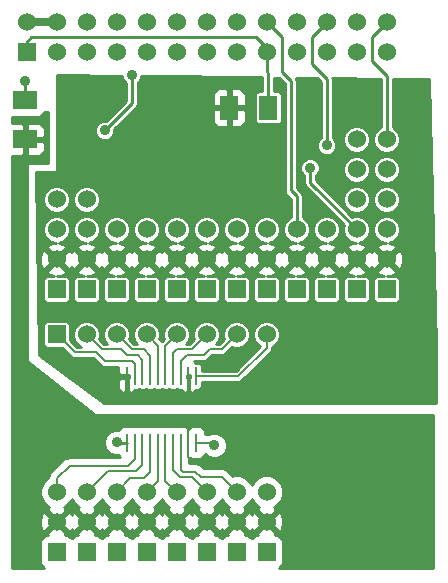
<source format=gtl>
G04 (created by PCBNEW (2013-07-07 BZR 4022)-stable) date 11/27/2014 11:53:55 AM*
%MOIN*%
G04 Gerber Fmt 3.4, Leading zero omitted, Abs format*
%FSLAX34Y34*%
G01*
G70*
G90*
G04 APERTURE LIST*
%ADD10C,0.00590551*%
%ADD11R,0.06X0.06*%
%ADD12C,0.06*%
%ADD13R,0.06X0.08*%
%ADD14R,0.00984252X0.0610236*%
%ADD15R,0.08X0.06*%
%ADD16C,0.035*%
%ADD17C,0.008*%
%ADD18C,0.01*%
%ADD19C,0.025*%
G04 APERTURE END LIST*
G54D10*
G54D11*
X750Y-1850D03*
G54D12*
X750Y-850D03*
X1750Y-1850D03*
X1750Y-850D03*
X2750Y-1850D03*
X2750Y-850D03*
X3750Y-1850D03*
X3750Y-850D03*
X4750Y-1850D03*
X4750Y-850D03*
X5750Y-1850D03*
X5750Y-850D03*
X6750Y-1850D03*
X6750Y-850D03*
X7750Y-1850D03*
X7750Y-850D03*
X8750Y-1850D03*
X8750Y-850D03*
X9750Y-1850D03*
X9750Y-850D03*
X10750Y-1850D03*
X10750Y-850D03*
X11750Y-1850D03*
X11750Y-850D03*
X12750Y-1850D03*
X12750Y-850D03*
G54D11*
X3750Y-9750D03*
G54D12*
X3750Y-8750D03*
X3750Y-7750D03*
G54D11*
X6750Y-9750D03*
G54D12*
X6750Y-8750D03*
X6750Y-7750D03*
G54D11*
X7750Y-9750D03*
G54D12*
X7750Y-8750D03*
X7750Y-7750D03*
G54D13*
X7500Y-3700D03*
X8800Y-3700D03*
G54D11*
X5750Y-9750D03*
G54D12*
X5750Y-8750D03*
X5750Y-7750D03*
G54D11*
X8750Y-9750D03*
G54D12*
X8750Y-8750D03*
X8750Y-7750D03*
G54D11*
X9750Y-9750D03*
G54D12*
X9750Y-8750D03*
X9750Y-7750D03*
G54D11*
X10750Y-9750D03*
G54D12*
X10750Y-8750D03*
X10750Y-7750D03*
G54D11*
X4750Y-9750D03*
G54D12*
X4750Y-8750D03*
X4750Y-7750D03*
G54D11*
X11750Y-9750D03*
G54D12*
X11750Y-8750D03*
X11750Y-7750D03*
X11750Y-6750D03*
X11750Y-5750D03*
X11750Y-4750D03*
G54D11*
X12750Y-9750D03*
G54D12*
X12750Y-8750D03*
X12750Y-7750D03*
X12750Y-6750D03*
X12750Y-5750D03*
X12750Y-4750D03*
G54D11*
X1750Y-9750D03*
G54D12*
X1750Y-8750D03*
X1750Y-7750D03*
X1750Y-6750D03*
G54D11*
X2750Y-9750D03*
G54D12*
X2750Y-8750D03*
X2750Y-7750D03*
X2750Y-6750D03*
G54D14*
X4088Y-14852D03*
X4354Y-14852D03*
X4610Y-14852D03*
X4866Y-14852D03*
X5122Y-14852D03*
X5377Y-14852D03*
X5633Y-14852D03*
X5889Y-14852D03*
X6145Y-14852D03*
X6401Y-14852D03*
X6401Y-12647D03*
X6145Y-12647D03*
X5889Y-12647D03*
X5633Y-12647D03*
X5377Y-12647D03*
X5122Y-12647D03*
X4866Y-12647D03*
X4610Y-12647D03*
X4354Y-12647D03*
X4098Y-12647D03*
G54D12*
X6750Y-11250D03*
X5750Y-11250D03*
G54D11*
X1750Y-11250D03*
G54D12*
X2750Y-11250D03*
X3750Y-11250D03*
X4750Y-11250D03*
X7750Y-11250D03*
X8750Y-11250D03*
G54D11*
X8750Y-18500D03*
G54D12*
X8750Y-17500D03*
X8750Y-16500D03*
G54D11*
X7750Y-18500D03*
G54D12*
X7750Y-17500D03*
X7750Y-16500D03*
G54D11*
X6750Y-18500D03*
G54D12*
X6750Y-17500D03*
X6750Y-16500D03*
G54D11*
X5750Y-18500D03*
G54D12*
X5750Y-17500D03*
X5750Y-16500D03*
G54D11*
X4750Y-18500D03*
G54D12*
X4750Y-17500D03*
X4750Y-16500D03*
G54D11*
X3750Y-18500D03*
G54D12*
X3750Y-17500D03*
X3750Y-16500D03*
G54D11*
X2750Y-18500D03*
G54D12*
X2750Y-17500D03*
X2750Y-16500D03*
G54D11*
X1750Y-18500D03*
G54D12*
X1750Y-17500D03*
X1750Y-16500D03*
G54D15*
X700Y-3450D03*
X700Y-4750D03*
G54D16*
X10750Y-4950D03*
X4250Y-2600D03*
X3350Y-4450D03*
X10200Y-5700D03*
X3750Y-14850D03*
X700Y-2800D03*
X7000Y-14950D03*
G54D17*
X6145Y-14852D02*
X6145Y-15345D01*
X6145Y-15345D02*
X6200Y-15400D01*
X6145Y-14852D02*
X6145Y-14304D01*
X6145Y-14304D02*
X6150Y-14300D01*
G54D18*
X8750Y-850D02*
X9250Y-1350D01*
X9750Y-6650D02*
X9750Y-7750D01*
X9550Y-6450D02*
X9750Y-6650D01*
X9550Y-2800D02*
X9550Y-6450D01*
X9250Y-2500D02*
X9550Y-2800D01*
X9250Y-1350D02*
X9250Y-2500D01*
X10750Y-850D02*
X10250Y-1350D01*
X10750Y-2750D02*
X10750Y-4950D01*
X10250Y-2250D02*
X10750Y-2750D01*
X10250Y-1350D02*
X10250Y-2250D01*
X4250Y-3550D02*
X4250Y-2600D01*
X3350Y-4450D02*
X4250Y-3550D01*
X12750Y-4750D02*
X12750Y-2650D01*
X12250Y-1350D02*
X12750Y-850D01*
X12250Y-2150D02*
X12250Y-1350D01*
X12750Y-2650D02*
X12250Y-2150D01*
X10200Y-5700D02*
X10200Y-6200D01*
X10200Y-6200D02*
X11750Y-7750D01*
X4088Y-14852D02*
X3752Y-14852D01*
X3752Y-14852D02*
X3750Y-14850D01*
G54D17*
X5122Y-14852D02*
X5122Y-16127D01*
X5122Y-16127D02*
X4750Y-16500D01*
X4354Y-12647D02*
X4354Y-12234D01*
X2350Y-11850D02*
X1750Y-11250D01*
X3050Y-11850D02*
X2350Y-11850D01*
X3350Y-12150D02*
X3050Y-11850D01*
X4269Y-12150D02*
X3350Y-12150D01*
X4354Y-12234D02*
X4269Y-12150D01*
X4610Y-12647D02*
X4610Y-12110D01*
X3250Y-11750D02*
X2750Y-11250D01*
X3900Y-11750D02*
X3250Y-11750D01*
X4100Y-11950D02*
X3900Y-11750D01*
X4450Y-11950D02*
X4100Y-11950D01*
X4610Y-12110D02*
X4450Y-11950D01*
X5122Y-12647D02*
X5122Y-11622D01*
X5122Y-11622D02*
X4750Y-11250D01*
X5377Y-12647D02*
X5377Y-11622D01*
X5377Y-11622D02*
X5750Y-11250D01*
X5633Y-12647D02*
X5633Y-11866D01*
X6250Y-11750D02*
X6750Y-11250D01*
X5750Y-11750D02*
X6250Y-11750D01*
X5633Y-11866D02*
X5750Y-11750D01*
X5889Y-12647D02*
X5889Y-12140D01*
X7250Y-11750D02*
X7750Y-11250D01*
X6850Y-11750D02*
X7250Y-11750D01*
X6650Y-11950D02*
X6850Y-11750D01*
X6080Y-11950D02*
X6650Y-11950D01*
X5889Y-12140D02*
X6080Y-11950D01*
X6401Y-12647D02*
X7802Y-12647D01*
X8750Y-11700D02*
X8750Y-11250D01*
X7802Y-12647D02*
X8750Y-11700D01*
G54D18*
X700Y-2800D02*
X700Y-3450D01*
G54D19*
X750Y-850D02*
X1750Y-850D01*
G54D17*
X4866Y-14852D02*
X4866Y-15833D01*
X4200Y-16050D02*
X3750Y-16500D01*
X4650Y-16050D02*
X4200Y-16050D01*
X4866Y-15833D02*
X4650Y-16050D01*
G54D18*
X8750Y-1850D02*
X8750Y-2500D01*
X8800Y-2550D02*
X8800Y-3700D01*
X8750Y-2500D02*
X8800Y-2550D01*
X8750Y-1850D02*
X8750Y-1700D01*
X750Y-1500D02*
X750Y-1850D01*
X900Y-1350D02*
X750Y-1500D01*
X8400Y-1350D02*
X900Y-1350D01*
X8750Y-1700D02*
X8400Y-1350D01*
G54D17*
X4610Y-14852D02*
X4610Y-15589D01*
X3450Y-15800D02*
X2750Y-16500D01*
X4400Y-15800D02*
X3450Y-15800D01*
X4610Y-15589D02*
X4400Y-15800D01*
X4354Y-14852D02*
X4354Y-15395D01*
X1750Y-16050D02*
X1750Y-16500D01*
X2180Y-15619D02*
X1750Y-16050D01*
X4130Y-15619D02*
X2180Y-15619D01*
X4354Y-15395D02*
X4130Y-15619D01*
X6401Y-14852D02*
X6902Y-14852D01*
X6902Y-14852D02*
X7000Y-14950D01*
X5889Y-14852D02*
X5889Y-15760D01*
X7250Y-16000D02*
X7750Y-16500D01*
X6550Y-16000D02*
X7250Y-16000D01*
X6369Y-15819D02*
X6550Y-16000D01*
X5949Y-15819D02*
X6369Y-15819D01*
X5889Y-15760D02*
X5949Y-15819D01*
X5633Y-14852D02*
X5633Y-15783D01*
X6250Y-16000D02*
X6750Y-16500D01*
X5850Y-16000D02*
X6250Y-16000D01*
X5633Y-15783D02*
X5850Y-16000D01*
X5377Y-14852D02*
X5377Y-16127D01*
X5377Y-16127D02*
X5750Y-16500D01*
X4866Y-12647D02*
X4866Y-11966D01*
X4250Y-11750D02*
X3750Y-11250D01*
X4650Y-11750D02*
X4250Y-11750D01*
X4866Y-11966D02*
X4650Y-11750D01*
G54D10*
G36*
X14397Y-13550D02*
X13304Y-13550D01*
X13304Y-8831D01*
X13293Y-8613D01*
X13231Y-8462D01*
X13200Y-8453D01*
X13200Y-7660D01*
X13200Y-6660D01*
X13200Y-5660D01*
X13131Y-5495D01*
X13005Y-5368D01*
X12839Y-5300D01*
X12660Y-5299D01*
X12495Y-5368D01*
X12368Y-5494D01*
X12300Y-5660D01*
X12299Y-5839D01*
X12368Y-6004D01*
X12494Y-6131D01*
X12660Y-6199D01*
X12839Y-6200D01*
X13004Y-6131D01*
X13131Y-6005D01*
X13199Y-5839D01*
X13200Y-5660D01*
X13200Y-6660D01*
X13131Y-6495D01*
X13005Y-6368D01*
X12839Y-6300D01*
X12660Y-6299D01*
X12495Y-6368D01*
X12368Y-6494D01*
X12300Y-6660D01*
X12299Y-6839D01*
X12368Y-7004D01*
X12494Y-7131D01*
X12660Y-7199D01*
X12839Y-7200D01*
X13004Y-7131D01*
X13131Y-7005D01*
X13199Y-6839D01*
X13200Y-6660D01*
X13200Y-7660D01*
X13131Y-7495D01*
X13005Y-7368D01*
X12839Y-7300D01*
X12660Y-7299D01*
X12495Y-7368D01*
X12368Y-7494D01*
X12300Y-7660D01*
X12299Y-7839D01*
X12368Y-8004D01*
X12494Y-8131D01*
X12660Y-8199D01*
X12736Y-8199D01*
X12613Y-8206D01*
X12462Y-8268D01*
X12434Y-8364D01*
X12750Y-8679D01*
X13065Y-8364D01*
X13037Y-8268D01*
X12842Y-8198D01*
X13004Y-8131D01*
X13131Y-8005D01*
X13199Y-7839D01*
X13200Y-7660D01*
X13200Y-8453D01*
X13135Y-8434D01*
X12820Y-8750D01*
X13135Y-9065D01*
X13231Y-9037D01*
X13304Y-8831D01*
X13304Y-13550D01*
X13200Y-13550D01*
X13200Y-10020D01*
X13200Y-9420D01*
X13177Y-9365D01*
X13135Y-9322D01*
X13079Y-9300D01*
X13020Y-9299D01*
X12764Y-9299D01*
X12886Y-9293D01*
X13037Y-9231D01*
X13065Y-9135D01*
X12750Y-8820D01*
X12679Y-8891D01*
X12679Y-8750D01*
X12364Y-8434D01*
X12268Y-8462D01*
X12251Y-8510D01*
X12231Y-8462D01*
X12200Y-8453D01*
X12200Y-7660D01*
X12200Y-6660D01*
X12200Y-5660D01*
X12200Y-4660D01*
X12131Y-4495D01*
X12005Y-4368D01*
X11839Y-4300D01*
X11660Y-4299D01*
X11495Y-4368D01*
X11368Y-4494D01*
X11300Y-4660D01*
X11299Y-4839D01*
X11368Y-5004D01*
X11494Y-5131D01*
X11660Y-5199D01*
X11839Y-5200D01*
X12004Y-5131D01*
X12131Y-5005D01*
X12199Y-4839D01*
X12200Y-4660D01*
X12200Y-5660D01*
X12131Y-5495D01*
X12005Y-5368D01*
X11839Y-5300D01*
X11660Y-5299D01*
X11495Y-5368D01*
X11368Y-5494D01*
X11300Y-5660D01*
X11299Y-5839D01*
X11368Y-6004D01*
X11494Y-6131D01*
X11660Y-6199D01*
X11839Y-6200D01*
X12004Y-6131D01*
X12131Y-6005D01*
X12199Y-5839D01*
X12200Y-5660D01*
X12200Y-6660D01*
X12131Y-6495D01*
X12005Y-6368D01*
X11839Y-6300D01*
X11660Y-6299D01*
X11495Y-6368D01*
X11368Y-6494D01*
X11300Y-6660D01*
X11299Y-6839D01*
X11368Y-7004D01*
X11494Y-7131D01*
X11660Y-7199D01*
X11839Y-7200D01*
X12004Y-7131D01*
X12131Y-7005D01*
X12199Y-6839D01*
X12200Y-6660D01*
X12200Y-7660D01*
X12131Y-7495D01*
X12005Y-7368D01*
X11839Y-7300D01*
X11660Y-7299D01*
X11605Y-7322D01*
X10400Y-6117D01*
X10400Y-5959D01*
X10475Y-5884D01*
X10524Y-5764D01*
X10525Y-5635D01*
X10475Y-5516D01*
X10384Y-5424D01*
X10264Y-5375D01*
X10135Y-5374D01*
X10016Y-5424D01*
X9924Y-5515D01*
X9875Y-5635D01*
X9874Y-5764D01*
X9924Y-5883D01*
X10000Y-5959D01*
X10000Y-6200D01*
X10015Y-6276D01*
X10058Y-6341D01*
X11322Y-7605D01*
X11300Y-7660D01*
X11299Y-7839D01*
X11368Y-8004D01*
X11494Y-8131D01*
X11660Y-8199D01*
X11736Y-8199D01*
X11613Y-8206D01*
X11462Y-8268D01*
X11434Y-8364D01*
X11750Y-8679D01*
X12065Y-8364D01*
X12037Y-8268D01*
X11842Y-8198D01*
X12004Y-8131D01*
X12131Y-8005D01*
X12199Y-7839D01*
X12200Y-7660D01*
X12200Y-8453D01*
X12135Y-8434D01*
X11820Y-8750D01*
X12135Y-9065D01*
X12231Y-9037D01*
X12248Y-8989D01*
X12268Y-9037D01*
X12364Y-9065D01*
X12679Y-8750D01*
X12679Y-8891D01*
X12434Y-9135D01*
X12462Y-9231D01*
X12654Y-9299D01*
X12420Y-9299D01*
X12365Y-9322D01*
X12322Y-9364D01*
X12300Y-9420D01*
X12299Y-9479D01*
X12299Y-10079D01*
X12322Y-10134D01*
X12364Y-10177D01*
X12420Y-10199D01*
X12479Y-10200D01*
X13079Y-10200D01*
X13134Y-10177D01*
X13177Y-10135D01*
X13199Y-10079D01*
X13200Y-10020D01*
X13200Y-13550D01*
X12200Y-13550D01*
X12200Y-10020D01*
X12200Y-9420D01*
X12177Y-9365D01*
X12135Y-9322D01*
X12079Y-9300D01*
X12020Y-9299D01*
X11764Y-9299D01*
X11886Y-9293D01*
X12037Y-9231D01*
X12065Y-9135D01*
X11750Y-8820D01*
X11679Y-8891D01*
X11679Y-8750D01*
X11364Y-8434D01*
X11268Y-8462D01*
X11251Y-8510D01*
X11231Y-8462D01*
X11200Y-8453D01*
X11200Y-7660D01*
X11131Y-7495D01*
X11005Y-7368D01*
X10839Y-7300D01*
X10660Y-7299D01*
X10495Y-7368D01*
X10368Y-7494D01*
X10300Y-7660D01*
X10299Y-7839D01*
X10368Y-8004D01*
X10494Y-8131D01*
X10660Y-8199D01*
X10736Y-8199D01*
X10613Y-8206D01*
X10462Y-8268D01*
X10434Y-8364D01*
X10750Y-8679D01*
X11065Y-8364D01*
X11037Y-8268D01*
X10842Y-8198D01*
X11004Y-8131D01*
X11131Y-8005D01*
X11199Y-7839D01*
X11200Y-7660D01*
X11200Y-8453D01*
X11135Y-8434D01*
X10820Y-8750D01*
X11135Y-9065D01*
X11231Y-9037D01*
X11248Y-8989D01*
X11268Y-9037D01*
X11364Y-9065D01*
X11679Y-8750D01*
X11679Y-8891D01*
X11434Y-9135D01*
X11462Y-9231D01*
X11654Y-9299D01*
X11420Y-9299D01*
X11365Y-9322D01*
X11322Y-9364D01*
X11300Y-9420D01*
X11299Y-9479D01*
X11299Y-10079D01*
X11322Y-10134D01*
X11364Y-10177D01*
X11420Y-10199D01*
X11479Y-10200D01*
X12079Y-10200D01*
X12134Y-10177D01*
X12177Y-10135D01*
X12199Y-10079D01*
X12200Y-10020D01*
X12200Y-13550D01*
X11200Y-13550D01*
X11200Y-10020D01*
X11200Y-9420D01*
X11177Y-9365D01*
X11135Y-9322D01*
X11079Y-9300D01*
X11020Y-9299D01*
X10764Y-9299D01*
X10886Y-9293D01*
X11037Y-9231D01*
X11065Y-9135D01*
X10750Y-8820D01*
X10679Y-8891D01*
X10679Y-8750D01*
X10364Y-8434D01*
X10268Y-8462D01*
X10251Y-8510D01*
X10231Y-8462D01*
X10135Y-8434D01*
X9820Y-8750D01*
X10135Y-9065D01*
X10231Y-9037D01*
X10248Y-8989D01*
X10268Y-9037D01*
X10364Y-9065D01*
X10679Y-8750D01*
X10679Y-8891D01*
X10434Y-9135D01*
X10462Y-9231D01*
X10654Y-9299D01*
X10420Y-9299D01*
X10365Y-9322D01*
X10322Y-9364D01*
X10300Y-9420D01*
X10299Y-9479D01*
X10299Y-10079D01*
X10322Y-10134D01*
X10364Y-10177D01*
X10420Y-10199D01*
X10479Y-10200D01*
X11079Y-10200D01*
X11134Y-10177D01*
X11177Y-10135D01*
X11199Y-10079D01*
X11200Y-10020D01*
X11200Y-13550D01*
X10200Y-13550D01*
X10200Y-10020D01*
X10200Y-9420D01*
X10177Y-9365D01*
X10135Y-9322D01*
X10079Y-9300D01*
X10020Y-9299D01*
X9764Y-9299D01*
X9886Y-9293D01*
X10037Y-9231D01*
X10065Y-9135D01*
X9750Y-8820D01*
X9679Y-8891D01*
X9679Y-8750D01*
X9364Y-8434D01*
X9268Y-8462D01*
X9251Y-8510D01*
X9231Y-8462D01*
X9200Y-8453D01*
X9200Y-7660D01*
X9131Y-7495D01*
X9005Y-7368D01*
X8839Y-7300D01*
X8660Y-7299D01*
X8495Y-7368D01*
X8368Y-7494D01*
X8300Y-7660D01*
X8299Y-7839D01*
X8368Y-8004D01*
X8494Y-8131D01*
X8660Y-8199D01*
X8736Y-8199D01*
X8613Y-8206D01*
X8462Y-8268D01*
X8434Y-8364D01*
X8750Y-8679D01*
X9065Y-8364D01*
X9037Y-8268D01*
X8842Y-8198D01*
X9004Y-8131D01*
X9131Y-8005D01*
X9199Y-7839D01*
X9200Y-7660D01*
X9200Y-8453D01*
X9135Y-8434D01*
X8820Y-8750D01*
X9135Y-9065D01*
X9231Y-9037D01*
X9248Y-8989D01*
X9268Y-9037D01*
X9364Y-9065D01*
X9679Y-8750D01*
X9679Y-8891D01*
X9434Y-9135D01*
X9462Y-9231D01*
X9654Y-9299D01*
X9420Y-9299D01*
X9365Y-9322D01*
X9322Y-9364D01*
X9300Y-9420D01*
X9299Y-9479D01*
X9299Y-10079D01*
X9322Y-10134D01*
X9364Y-10177D01*
X9420Y-10199D01*
X9479Y-10200D01*
X10079Y-10200D01*
X10134Y-10177D01*
X10177Y-10135D01*
X10199Y-10079D01*
X10200Y-10020D01*
X10200Y-13550D01*
X9200Y-13550D01*
X9200Y-11160D01*
X9200Y-11160D01*
X9200Y-10020D01*
X9200Y-9420D01*
X9177Y-9365D01*
X9135Y-9322D01*
X9079Y-9300D01*
X9020Y-9299D01*
X8764Y-9299D01*
X8886Y-9293D01*
X9037Y-9231D01*
X9065Y-9135D01*
X8750Y-8820D01*
X8679Y-8891D01*
X8679Y-8750D01*
X8364Y-8434D01*
X8268Y-8462D01*
X8251Y-8510D01*
X8231Y-8462D01*
X8200Y-8453D01*
X8200Y-7660D01*
X8131Y-7495D01*
X8050Y-7413D01*
X8050Y-4050D01*
X8050Y-3349D01*
X8049Y-3250D01*
X8011Y-3158D01*
X7941Y-3087D01*
X7849Y-3049D01*
X7612Y-3050D01*
X7550Y-3112D01*
X7550Y-3650D01*
X7987Y-3650D01*
X8050Y-3587D01*
X8050Y-3349D01*
X8050Y-4050D01*
X8050Y-3812D01*
X7987Y-3750D01*
X7550Y-3750D01*
X7550Y-4287D01*
X7612Y-4350D01*
X7849Y-4350D01*
X7941Y-4312D01*
X8011Y-4241D01*
X8049Y-4149D01*
X8050Y-4050D01*
X8050Y-7413D01*
X8005Y-7368D01*
X7839Y-7300D01*
X7660Y-7299D01*
X7495Y-7368D01*
X7450Y-7413D01*
X7450Y-4287D01*
X7450Y-3750D01*
X7450Y-3650D01*
X7450Y-3112D01*
X7387Y-3050D01*
X7150Y-3049D01*
X7058Y-3087D01*
X6988Y-3158D01*
X6950Y-3250D01*
X6949Y-3349D01*
X6950Y-3587D01*
X7012Y-3650D01*
X7450Y-3650D01*
X7450Y-3750D01*
X7012Y-3750D01*
X6950Y-3812D01*
X6949Y-4050D01*
X6950Y-4149D01*
X6988Y-4241D01*
X7058Y-4312D01*
X7150Y-4350D01*
X7387Y-4350D01*
X7450Y-4287D01*
X7450Y-7413D01*
X7368Y-7494D01*
X7300Y-7660D01*
X7299Y-7839D01*
X7368Y-8004D01*
X7494Y-8131D01*
X7660Y-8199D01*
X7736Y-8199D01*
X7613Y-8206D01*
X7462Y-8268D01*
X7434Y-8364D01*
X7750Y-8679D01*
X8065Y-8364D01*
X8037Y-8268D01*
X7842Y-8198D01*
X8004Y-8131D01*
X8131Y-8005D01*
X8199Y-7839D01*
X8200Y-7660D01*
X8200Y-8453D01*
X8135Y-8434D01*
X7820Y-8750D01*
X8135Y-9065D01*
X8231Y-9037D01*
X8248Y-8989D01*
X8268Y-9037D01*
X8364Y-9065D01*
X8679Y-8750D01*
X8679Y-8891D01*
X8434Y-9135D01*
X8462Y-9231D01*
X8654Y-9299D01*
X8420Y-9299D01*
X8365Y-9322D01*
X8322Y-9364D01*
X8300Y-9420D01*
X8299Y-9479D01*
X8299Y-10079D01*
X8322Y-10134D01*
X8364Y-10177D01*
X8420Y-10199D01*
X8479Y-10200D01*
X9079Y-10200D01*
X9134Y-10177D01*
X9177Y-10135D01*
X9199Y-10079D01*
X9200Y-10020D01*
X9200Y-11160D01*
X9131Y-10995D01*
X9005Y-10868D01*
X8839Y-10800D01*
X8660Y-10799D01*
X8495Y-10868D01*
X8368Y-10994D01*
X8300Y-11160D01*
X8299Y-11339D01*
X8368Y-11504D01*
X8494Y-11631D01*
X8533Y-11647D01*
X7723Y-12457D01*
X6600Y-12457D01*
X6600Y-12312D01*
X6578Y-12257D01*
X6535Y-12215D01*
X6480Y-12192D01*
X6421Y-12192D01*
X6398Y-12192D01*
X6345Y-12140D01*
X6650Y-12140D01*
X6722Y-12125D01*
X6784Y-12084D01*
X6928Y-11940D01*
X7250Y-11940D01*
X7322Y-11925D01*
X7384Y-11884D01*
X7595Y-11673D01*
X7660Y-11699D01*
X7839Y-11700D01*
X8004Y-11631D01*
X8131Y-11505D01*
X8199Y-11339D01*
X8200Y-11160D01*
X8200Y-11160D01*
X8200Y-10020D01*
X8200Y-9420D01*
X8177Y-9365D01*
X8135Y-9322D01*
X8079Y-9300D01*
X8020Y-9299D01*
X7764Y-9299D01*
X7886Y-9293D01*
X8037Y-9231D01*
X8065Y-9135D01*
X7750Y-8820D01*
X7679Y-8891D01*
X7679Y-8750D01*
X7364Y-8434D01*
X7268Y-8462D01*
X7251Y-8510D01*
X7231Y-8462D01*
X7200Y-8453D01*
X7200Y-7660D01*
X7131Y-7495D01*
X7005Y-7368D01*
X6839Y-7300D01*
X6660Y-7299D01*
X6495Y-7368D01*
X6368Y-7494D01*
X6300Y-7660D01*
X6299Y-7839D01*
X6368Y-8004D01*
X6494Y-8131D01*
X6660Y-8199D01*
X6736Y-8199D01*
X6613Y-8206D01*
X6462Y-8268D01*
X6434Y-8364D01*
X6750Y-8679D01*
X7065Y-8364D01*
X7037Y-8268D01*
X6842Y-8198D01*
X7004Y-8131D01*
X7131Y-8005D01*
X7199Y-7839D01*
X7200Y-7660D01*
X7200Y-8453D01*
X7135Y-8434D01*
X6820Y-8750D01*
X7135Y-9065D01*
X7231Y-9037D01*
X7248Y-8989D01*
X7268Y-9037D01*
X7364Y-9065D01*
X7679Y-8750D01*
X7679Y-8891D01*
X7434Y-9135D01*
X7462Y-9231D01*
X7654Y-9299D01*
X7420Y-9299D01*
X7365Y-9322D01*
X7322Y-9364D01*
X7300Y-9420D01*
X7299Y-9479D01*
X7299Y-10079D01*
X7322Y-10134D01*
X7364Y-10177D01*
X7420Y-10199D01*
X7479Y-10200D01*
X8079Y-10200D01*
X8134Y-10177D01*
X8177Y-10135D01*
X8199Y-10079D01*
X8200Y-10020D01*
X8200Y-11160D01*
X8131Y-10995D01*
X8005Y-10868D01*
X7839Y-10800D01*
X7660Y-10799D01*
X7495Y-10868D01*
X7368Y-10994D01*
X7300Y-11160D01*
X7299Y-11339D01*
X7326Y-11404D01*
X7171Y-11560D01*
X7076Y-11560D01*
X7131Y-11505D01*
X7199Y-11339D01*
X7200Y-11160D01*
X7200Y-11160D01*
X7200Y-10020D01*
X7200Y-9420D01*
X7177Y-9365D01*
X7135Y-9322D01*
X7079Y-9300D01*
X7020Y-9299D01*
X6764Y-9299D01*
X6886Y-9293D01*
X7037Y-9231D01*
X7065Y-9135D01*
X6750Y-8820D01*
X6679Y-8891D01*
X6679Y-8750D01*
X6364Y-8434D01*
X6268Y-8462D01*
X6251Y-8510D01*
X6231Y-8462D01*
X6200Y-8453D01*
X6200Y-7660D01*
X6131Y-7495D01*
X6005Y-7368D01*
X5839Y-7300D01*
X5660Y-7299D01*
X5495Y-7368D01*
X5368Y-7494D01*
X5300Y-7660D01*
X5299Y-7839D01*
X5368Y-8004D01*
X5494Y-8131D01*
X5660Y-8199D01*
X5736Y-8199D01*
X5613Y-8206D01*
X5462Y-8268D01*
X5434Y-8364D01*
X5750Y-8679D01*
X6065Y-8364D01*
X6037Y-8268D01*
X5842Y-8198D01*
X6004Y-8131D01*
X6131Y-8005D01*
X6199Y-7839D01*
X6200Y-7660D01*
X6200Y-8453D01*
X6135Y-8434D01*
X5820Y-8750D01*
X6135Y-9065D01*
X6231Y-9037D01*
X6248Y-8989D01*
X6268Y-9037D01*
X6364Y-9065D01*
X6679Y-8750D01*
X6679Y-8891D01*
X6434Y-9135D01*
X6462Y-9231D01*
X6654Y-9299D01*
X6420Y-9299D01*
X6365Y-9322D01*
X6322Y-9364D01*
X6300Y-9420D01*
X6299Y-9479D01*
X6299Y-10079D01*
X6322Y-10134D01*
X6364Y-10177D01*
X6420Y-10199D01*
X6479Y-10200D01*
X7079Y-10200D01*
X7134Y-10177D01*
X7177Y-10135D01*
X7199Y-10079D01*
X7200Y-10020D01*
X7200Y-11160D01*
X7131Y-10995D01*
X7005Y-10868D01*
X6839Y-10800D01*
X6660Y-10799D01*
X6495Y-10868D01*
X6368Y-10994D01*
X6300Y-11160D01*
X6299Y-11339D01*
X6326Y-11404D01*
X6171Y-11560D01*
X6076Y-11560D01*
X6131Y-11505D01*
X6199Y-11339D01*
X6200Y-11160D01*
X6200Y-11160D01*
X6200Y-10020D01*
X6200Y-9420D01*
X6177Y-9365D01*
X6135Y-9322D01*
X6079Y-9300D01*
X6020Y-9299D01*
X5764Y-9299D01*
X5886Y-9293D01*
X6037Y-9231D01*
X6065Y-9135D01*
X5750Y-8820D01*
X5679Y-8891D01*
X5679Y-8750D01*
X5364Y-8434D01*
X5268Y-8462D01*
X5251Y-8510D01*
X5231Y-8462D01*
X5200Y-8453D01*
X5200Y-7660D01*
X5131Y-7495D01*
X5005Y-7368D01*
X4839Y-7300D01*
X4660Y-7299D01*
X4495Y-7368D01*
X4368Y-7494D01*
X4300Y-7660D01*
X4299Y-7839D01*
X4368Y-8004D01*
X4494Y-8131D01*
X4660Y-8199D01*
X4736Y-8199D01*
X4613Y-8206D01*
X4462Y-8268D01*
X4434Y-8364D01*
X4750Y-8679D01*
X5065Y-8364D01*
X5037Y-8268D01*
X4842Y-8198D01*
X5004Y-8131D01*
X5131Y-8005D01*
X5199Y-7839D01*
X5200Y-7660D01*
X5200Y-8453D01*
X5135Y-8434D01*
X4820Y-8750D01*
X5135Y-9065D01*
X5231Y-9037D01*
X5248Y-8989D01*
X5268Y-9037D01*
X5364Y-9065D01*
X5679Y-8750D01*
X5679Y-8891D01*
X5434Y-9135D01*
X5462Y-9231D01*
X5654Y-9299D01*
X5420Y-9299D01*
X5365Y-9322D01*
X5322Y-9364D01*
X5300Y-9420D01*
X5299Y-9479D01*
X5299Y-10079D01*
X5322Y-10134D01*
X5364Y-10177D01*
X5420Y-10199D01*
X5479Y-10200D01*
X6079Y-10200D01*
X6134Y-10177D01*
X6177Y-10135D01*
X6199Y-10079D01*
X6200Y-10020D01*
X6200Y-11160D01*
X6131Y-10995D01*
X6005Y-10868D01*
X5839Y-10800D01*
X5660Y-10799D01*
X5495Y-10868D01*
X5368Y-10994D01*
X5300Y-11160D01*
X5299Y-11339D01*
X5326Y-11404D01*
X5249Y-11481D01*
X5173Y-11404D01*
X5199Y-11339D01*
X5200Y-11160D01*
X5200Y-11160D01*
X5200Y-10020D01*
X5200Y-9420D01*
X5177Y-9365D01*
X5135Y-9322D01*
X5079Y-9300D01*
X5020Y-9299D01*
X4764Y-9299D01*
X4886Y-9293D01*
X5037Y-9231D01*
X5065Y-9135D01*
X4750Y-8820D01*
X4679Y-8891D01*
X4679Y-8750D01*
X4364Y-8434D01*
X4268Y-8462D01*
X4251Y-8510D01*
X4231Y-8462D01*
X4200Y-8453D01*
X4200Y-7660D01*
X4131Y-7495D01*
X4005Y-7368D01*
X3839Y-7300D01*
X3660Y-7299D01*
X3495Y-7368D01*
X3368Y-7494D01*
X3300Y-7660D01*
X3299Y-7839D01*
X3368Y-8004D01*
X3494Y-8131D01*
X3660Y-8199D01*
X3736Y-8199D01*
X3613Y-8206D01*
X3462Y-8268D01*
X3434Y-8364D01*
X3750Y-8679D01*
X4065Y-8364D01*
X4037Y-8268D01*
X3842Y-8198D01*
X4004Y-8131D01*
X4131Y-8005D01*
X4199Y-7839D01*
X4200Y-7660D01*
X4200Y-8453D01*
X4135Y-8434D01*
X3820Y-8750D01*
X4135Y-9065D01*
X4231Y-9037D01*
X4248Y-8989D01*
X4268Y-9037D01*
X4364Y-9065D01*
X4679Y-8750D01*
X4679Y-8891D01*
X4434Y-9135D01*
X4462Y-9231D01*
X4654Y-9299D01*
X4420Y-9299D01*
X4365Y-9322D01*
X4322Y-9364D01*
X4300Y-9420D01*
X4299Y-9479D01*
X4299Y-10079D01*
X4322Y-10134D01*
X4364Y-10177D01*
X4420Y-10199D01*
X4479Y-10200D01*
X5079Y-10200D01*
X5134Y-10177D01*
X5177Y-10135D01*
X5199Y-10079D01*
X5200Y-10020D01*
X5200Y-11160D01*
X5131Y-10995D01*
X5005Y-10868D01*
X4839Y-10800D01*
X4660Y-10799D01*
X4495Y-10868D01*
X4368Y-10994D01*
X4300Y-11160D01*
X4299Y-11339D01*
X4368Y-11504D01*
X4423Y-11560D01*
X4328Y-11560D01*
X4173Y-11404D01*
X4199Y-11339D01*
X4200Y-11160D01*
X4200Y-11160D01*
X4200Y-10020D01*
X4200Y-9420D01*
X4177Y-9365D01*
X4135Y-9322D01*
X4079Y-9300D01*
X4020Y-9299D01*
X3764Y-9299D01*
X3886Y-9293D01*
X4037Y-9231D01*
X4065Y-9135D01*
X3750Y-8820D01*
X3679Y-8891D01*
X3679Y-8750D01*
X3364Y-8434D01*
X3268Y-8462D01*
X3251Y-8510D01*
X3231Y-8462D01*
X3200Y-8453D01*
X3200Y-7660D01*
X3200Y-6660D01*
X3131Y-6495D01*
X3005Y-6368D01*
X2839Y-6300D01*
X2660Y-6299D01*
X2495Y-6368D01*
X2368Y-6494D01*
X2300Y-6660D01*
X2299Y-6839D01*
X2368Y-7004D01*
X2494Y-7131D01*
X2660Y-7199D01*
X2839Y-7200D01*
X3004Y-7131D01*
X3131Y-7005D01*
X3199Y-6839D01*
X3200Y-6660D01*
X3200Y-7660D01*
X3131Y-7495D01*
X3005Y-7368D01*
X2839Y-7300D01*
X2660Y-7299D01*
X2495Y-7368D01*
X2368Y-7494D01*
X2300Y-7660D01*
X2299Y-7839D01*
X2368Y-8004D01*
X2494Y-8131D01*
X2660Y-8199D01*
X2736Y-8199D01*
X2613Y-8206D01*
X2462Y-8268D01*
X2434Y-8364D01*
X2750Y-8679D01*
X3065Y-8364D01*
X3037Y-8268D01*
X2842Y-8198D01*
X3004Y-8131D01*
X3131Y-8005D01*
X3199Y-7839D01*
X3200Y-7660D01*
X3200Y-8453D01*
X3135Y-8434D01*
X2820Y-8750D01*
X3135Y-9065D01*
X3231Y-9037D01*
X3248Y-8989D01*
X3268Y-9037D01*
X3364Y-9065D01*
X3679Y-8750D01*
X3679Y-8891D01*
X3434Y-9135D01*
X3462Y-9231D01*
X3654Y-9299D01*
X3420Y-9299D01*
X3365Y-9322D01*
X3322Y-9364D01*
X3300Y-9420D01*
X3299Y-9479D01*
X3299Y-10079D01*
X3322Y-10134D01*
X3364Y-10177D01*
X3420Y-10199D01*
X3479Y-10200D01*
X4079Y-10200D01*
X4134Y-10177D01*
X4177Y-10135D01*
X4199Y-10079D01*
X4200Y-10020D01*
X4200Y-11160D01*
X4131Y-10995D01*
X4005Y-10868D01*
X3839Y-10800D01*
X3660Y-10799D01*
X3495Y-10868D01*
X3368Y-10994D01*
X3300Y-11160D01*
X3299Y-11339D01*
X3368Y-11504D01*
X3423Y-11560D01*
X3328Y-11560D01*
X3173Y-11404D01*
X3199Y-11339D01*
X3200Y-11160D01*
X3200Y-11160D01*
X3200Y-10020D01*
X3200Y-9420D01*
X3177Y-9365D01*
X3135Y-9322D01*
X3079Y-9300D01*
X3020Y-9299D01*
X2764Y-9299D01*
X2886Y-9293D01*
X3037Y-9231D01*
X3065Y-9135D01*
X2750Y-8820D01*
X2679Y-8891D01*
X2679Y-8750D01*
X2364Y-8434D01*
X2268Y-8462D01*
X2251Y-8510D01*
X2231Y-8462D01*
X2200Y-8453D01*
X2200Y-7660D01*
X2200Y-6660D01*
X2131Y-6495D01*
X2005Y-6368D01*
X1839Y-6300D01*
X1660Y-6299D01*
X1495Y-6368D01*
X1368Y-6494D01*
X1300Y-6660D01*
X1299Y-6839D01*
X1368Y-7004D01*
X1494Y-7131D01*
X1660Y-7199D01*
X1839Y-7200D01*
X2004Y-7131D01*
X2131Y-7005D01*
X2199Y-6839D01*
X2200Y-6660D01*
X2200Y-7660D01*
X2131Y-7495D01*
X2005Y-7368D01*
X1839Y-7300D01*
X1660Y-7299D01*
X1495Y-7368D01*
X1368Y-7494D01*
X1300Y-7660D01*
X1299Y-7839D01*
X1368Y-8004D01*
X1494Y-8131D01*
X1660Y-8199D01*
X1736Y-8199D01*
X1613Y-8206D01*
X1462Y-8268D01*
X1434Y-8364D01*
X1750Y-8679D01*
X2065Y-8364D01*
X2037Y-8268D01*
X1842Y-8198D01*
X2004Y-8131D01*
X2131Y-8005D01*
X2199Y-7839D01*
X2200Y-7660D01*
X2200Y-8453D01*
X2135Y-8434D01*
X1820Y-8750D01*
X2135Y-9065D01*
X2231Y-9037D01*
X2248Y-8989D01*
X2268Y-9037D01*
X2364Y-9065D01*
X2679Y-8750D01*
X2679Y-8891D01*
X2434Y-9135D01*
X2462Y-9231D01*
X2654Y-9299D01*
X2420Y-9299D01*
X2365Y-9322D01*
X2322Y-9364D01*
X2300Y-9420D01*
X2299Y-9479D01*
X2299Y-10079D01*
X2322Y-10134D01*
X2364Y-10177D01*
X2420Y-10199D01*
X2479Y-10200D01*
X3079Y-10200D01*
X3134Y-10177D01*
X3177Y-10135D01*
X3199Y-10079D01*
X3200Y-10020D01*
X3200Y-11160D01*
X3131Y-10995D01*
X3005Y-10868D01*
X2839Y-10800D01*
X2660Y-10799D01*
X2495Y-10868D01*
X2368Y-10994D01*
X2300Y-11160D01*
X2299Y-11339D01*
X2368Y-11504D01*
X2494Y-11631D01*
X2563Y-11660D01*
X2428Y-11660D01*
X2200Y-11431D01*
X2200Y-10920D01*
X2200Y-10020D01*
X2200Y-9420D01*
X2177Y-9365D01*
X2135Y-9322D01*
X2079Y-9300D01*
X2020Y-9299D01*
X1764Y-9299D01*
X1886Y-9293D01*
X2037Y-9231D01*
X2065Y-9135D01*
X1750Y-8820D01*
X1679Y-8891D01*
X1679Y-8750D01*
X1364Y-8434D01*
X1268Y-8462D01*
X1195Y-8668D01*
X1206Y-8886D01*
X1268Y-9037D01*
X1364Y-9065D01*
X1679Y-8750D01*
X1679Y-8891D01*
X1434Y-9135D01*
X1462Y-9231D01*
X1654Y-9299D01*
X1420Y-9299D01*
X1365Y-9322D01*
X1322Y-9364D01*
X1300Y-9420D01*
X1299Y-9479D01*
X1299Y-10079D01*
X1322Y-10134D01*
X1364Y-10177D01*
X1420Y-10199D01*
X1479Y-10200D01*
X2079Y-10200D01*
X2134Y-10177D01*
X2177Y-10135D01*
X2199Y-10079D01*
X2200Y-10020D01*
X2200Y-10920D01*
X2177Y-10865D01*
X2135Y-10822D01*
X2079Y-10800D01*
X2020Y-10799D01*
X1420Y-10799D01*
X1365Y-10822D01*
X1322Y-10864D01*
X1300Y-10920D01*
X1299Y-10979D01*
X1299Y-11579D01*
X1322Y-11634D01*
X1364Y-11677D01*
X1420Y-11699D01*
X1479Y-11700D01*
X1931Y-11700D01*
X2215Y-11984D01*
X2215Y-11984D01*
X2277Y-12025D01*
X2350Y-12040D01*
X2971Y-12040D01*
X3215Y-12284D01*
X3215Y-12284D01*
X3277Y-12325D01*
X3349Y-12340D01*
X3349Y-12339D01*
X3350Y-12340D01*
X3799Y-12340D01*
X3799Y-12392D01*
X3799Y-12535D01*
X3861Y-12597D01*
X4073Y-12597D01*
X4073Y-12589D01*
X4123Y-12589D01*
X4123Y-12597D01*
X4147Y-12597D01*
X4147Y-12697D01*
X4123Y-12697D01*
X4123Y-13140D01*
X4185Y-13202D01*
X4197Y-13202D01*
X4289Y-13164D01*
X4351Y-13102D01*
X4433Y-13102D01*
X4482Y-13082D01*
X4531Y-13102D01*
X4590Y-13102D01*
X4689Y-13102D01*
X4738Y-13082D01*
X4786Y-13102D01*
X4846Y-13102D01*
X4945Y-13102D01*
X4994Y-13082D01*
X5042Y-13102D01*
X5102Y-13102D01*
X5200Y-13102D01*
X5250Y-13082D01*
X5298Y-13102D01*
X5358Y-13102D01*
X5456Y-13102D01*
X5505Y-13082D01*
X5554Y-13102D01*
X5614Y-13102D01*
X5712Y-13102D01*
X5761Y-13082D01*
X5810Y-13102D01*
X5870Y-13102D01*
X5892Y-13102D01*
X5955Y-13164D01*
X6046Y-13202D01*
X6058Y-13202D01*
X6121Y-13140D01*
X6121Y-12697D01*
X6096Y-12697D01*
X6096Y-12597D01*
X6121Y-12597D01*
X6121Y-12589D01*
X6170Y-12589D01*
X6170Y-12597D01*
X6194Y-12597D01*
X6194Y-12697D01*
X6170Y-12697D01*
X6170Y-13140D01*
X6232Y-13202D01*
X6244Y-13202D01*
X6336Y-13164D01*
X6398Y-13102D01*
X6480Y-13102D01*
X6535Y-13079D01*
X6577Y-13037D01*
X6600Y-12982D01*
X6600Y-12923D01*
X6600Y-12837D01*
X7802Y-12837D01*
X7875Y-12823D01*
X7936Y-12781D01*
X8884Y-11834D01*
X8925Y-11772D01*
X8940Y-11700D01*
X8940Y-11658D01*
X9004Y-11631D01*
X9131Y-11505D01*
X9199Y-11339D01*
X9200Y-11160D01*
X9200Y-13550D01*
X4073Y-13550D01*
X4073Y-13140D01*
X4073Y-12697D01*
X3861Y-12697D01*
X3799Y-12760D01*
X3799Y-12903D01*
X3799Y-13002D01*
X3837Y-13094D01*
X3907Y-13164D01*
X3999Y-13202D01*
X4011Y-13202D01*
X4073Y-13140D01*
X4073Y-13550D01*
X3316Y-13550D01*
X1149Y-11924D01*
X1050Y-5850D01*
X1750Y-5850D01*
X1750Y-4000D01*
X1750Y-2600D01*
X3924Y-2626D01*
X3924Y-2664D01*
X3974Y-2783D01*
X4050Y-2859D01*
X4050Y-3467D01*
X3392Y-4125D01*
X3285Y-4124D01*
X3166Y-4174D01*
X3074Y-4265D01*
X3025Y-4385D01*
X3024Y-4514D01*
X3074Y-4633D01*
X3165Y-4725D01*
X3285Y-4774D01*
X3414Y-4775D01*
X3533Y-4725D01*
X3625Y-4634D01*
X3674Y-4514D01*
X3675Y-4407D01*
X4391Y-3691D01*
X4434Y-3626D01*
X4434Y-3626D01*
X4450Y-3550D01*
X4450Y-2859D01*
X4525Y-2784D01*
X4574Y-2664D01*
X4574Y-2634D01*
X8600Y-2682D01*
X8600Y-3149D01*
X8470Y-3149D01*
X8415Y-3172D01*
X8372Y-3214D01*
X8350Y-3270D01*
X8349Y-3329D01*
X8349Y-4129D01*
X8372Y-4184D01*
X8414Y-4227D01*
X8470Y-4249D01*
X8529Y-4250D01*
X9129Y-4250D01*
X9184Y-4227D01*
X9227Y-4185D01*
X9249Y-4129D01*
X9250Y-4070D01*
X9250Y-3270D01*
X9227Y-3215D01*
X9185Y-3172D01*
X9129Y-3150D01*
X9070Y-3149D01*
X9000Y-3149D01*
X9000Y-2687D01*
X9156Y-2689D01*
X9350Y-2882D01*
X9350Y-6450D01*
X9365Y-6526D01*
X9408Y-6591D01*
X9550Y-6732D01*
X9550Y-7345D01*
X9495Y-7368D01*
X9368Y-7494D01*
X9300Y-7660D01*
X9299Y-7839D01*
X9368Y-8004D01*
X9494Y-8131D01*
X9660Y-8199D01*
X9736Y-8199D01*
X9613Y-8206D01*
X9462Y-8268D01*
X9434Y-8364D01*
X9750Y-8679D01*
X10065Y-8364D01*
X10037Y-8268D01*
X9842Y-8198D01*
X10004Y-8131D01*
X10131Y-8005D01*
X10199Y-7839D01*
X10200Y-7660D01*
X10131Y-7495D01*
X10005Y-7368D01*
X9950Y-7345D01*
X9950Y-6650D01*
X9934Y-6573D01*
X9934Y-6573D01*
X9920Y-6551D01*
X9891Y-6508D01*
X9891Y-6508D01*
X9750Y-6367D01*
X9750Y-2800D01*
X9749Y-2799D01*
X9734Y-2723D01*
X9734Y-2723D01*
X9720Y-2701D01*
X9716Y-2696D01*
X10421Y-2704D01*
X10550Y-2832D01*
X10550Y-4690D01*
X10474Y-4765D01*
X10425Y-4885D01*
X10424Y-5014D01*
X10474Y-5133D01*
X10565Y-5225D01*
X10685Y-5274D01*
X10814Y-5275D01*
X10933Y-5225D01*
X11025Y-5134D01*
X11074Y-5014D01*
X11075Y-4885D01*
X11025Y-4766D01*
X10950Y-4690D01*
X10950Y-2750D01*
X10942Y-2710D01*
X12547Y-2730D01*
X12550Y-2732D01*
X12550Y-4345D01*
X12495Y-4368D01*
X12368Y-4494D01*
X12300Y-4660D01*
X12299Y-4839D01*
X12368Y-5004D01*
X12494Y-5131D01*
X12660Y-5199D01*
X12839Y-5200D01*
X13004Y-5131D01*
X13131Y-5005D01*
X13199Y-4839D01*
X13200Y-4660D01*
X13131Y-4495D01*
X13005Y-4368D01*
X12950Y-4345D01*
X12950Y-2735D01*
X14151Y-2749D01*
X14397Y-11683D01*
X14397Y-13550D01*
X14397Y-13550D01*
G37*
G54D18*
X14397Y-13550D02*
X13304Y-13550D01*
X13304Y-8831D01*
X13293Y-8613D01*
X13231Y-8462D01*
X13200Y-8453D01*
X13200Y-7660D01*
X13200Y-6660D01*
X13200Y-5660D01*
X13131Y-5495D01*
X13005Y-5368D01*
X12839Y-5300D01*
X12660Y-5299D01*
X12495Y-5368D01*
X12368Y-5494D01*
X12300Y-5660D01*
X12299Y-5839D01*
X12368Y-6004D01*
X12494Y-6131D01*
X12660Y-6199D01*
X12839Y-6200D01*
X13004Y-6131D01*
X13131Y-6005D01*
X13199Y-5839D01*
X13200Y-5660D01*
X13200Y-6660D01*
X13131Y-6495D01*
X13005Y-6368D01*
X12839Y-6300D01*
X12660Y-6299D01*
X12495Y-6368D01*
X12368Y-6494D01*
X12300Y-6660D01*
X12299Y-6839D01*
X12368Y-7004D01*
X12494Y-7131D01*
X12660Y-7199D01*
X12839Y-7200D01*
X13004Y-7131D01*
X13131Y-7005D01*
X13199Y-6839D01*
X13200Y-6660D01*
X13200Y-7660D01*
X13131Y-7495D01*
X13005Y-7368D01*
X12839Y-7300D01*
X12660Y-7299D01*
X12495Y-7368D01*
X12368Y-7494D01*
X12300Y-7660D01*
X12299Y-7839D01*
X12368Y-8004D01*
X12494Y-8131D01*
X12660Y-8199D01*
X12736Y-8199D01*
X12613Y-8206D01*
X12462Y-8268D01*
X12434Y-8364D01*
X12750Y-8679D01*
X13065Y-8364D01*
X13037Y-8268D01*
X12842Y-8198D01*
X13004Y-8131D01*
X13131Y-8005D01*
X13199Y-7839D01*
X13200Y-7660D01*
X13200Y-8453D01*
X13135Y-8434D01*
X12820Y-8750D01*
X13135Y-9065D01*
X13231Y-9037D01*
X13304Y-8831D01*
X13304Y-13550D01*
X13200Y-13550D01*
X13200Y-10020D01*
X13200Y-9420D01*
X13177Y-9365D01*
X13135Y-9322D01*
X13079Y-9300D01*
X13020Y-9299D01*
X12764Y-9299D01*
X12886Y-9293D01*
X13037Y-9231D01*
X13065Y-9135D01*
X12750Y-8820D01*
X12679Y-8891D01*
X12679Y-8750D01*
X12364Y-8434D01*
X12268Y-8462D01*
X12251Y-8510D01*
X12231Y-8462D01*
X12200Y-8453D01*
X12200Y-7660D01*
X12200Y-6660D01*
X12200Y-5660D01*
X12200Y-4660D01*
X12131Y-4495D01*
X12005Y-4368D01*
X11839Y-4300D01*
X11660Y-4299D01*
X11495Y-4368D01*
X11368Y-4494D01*
X11300Y-4660D01*
X11299Y-4839D01*
X11368Y-5004D01*
X11494Y-5131D01*
X11660Y-5199D01*
X11839Y-5200D01*
X12004Y-5131D01*
X12131Y-5005D01*
X12199Y-4839D01*
X12200Y-4660D01*
X12200Y-5660D01*
X12131Y-5495D01*
X12005Y-5368D01*
X11839Y-5300D01*
X11660Y-5299D01*
X11495Y-5368D01*
X11368Y-5494D01*
X11300Y-5660D01*
X11299Y-5839D01*
X11368Y-6004D01*
X11494Y-6131D01*
X11660Y-6199D01*
X11839Y-6200D01*
X12004Y-6131D01*
X12131Y-6005D01*
X12199Y-5839D01*
X12200Y-5660D01*
X12200Y-6660D01*
X12131Y-6495D01*
X12005Y-6368D01*
X11839Y-6300D01*
X11660Y-6299D01*
X11495Y-6368D01*
X11368Y-6494D01*
X11300Y-6660D01*
X11299Y-6839D01*
X11368Y-7004D01*
X11494Y-7131D01*
X11660Y-7199D01*
X11839Y-7200D01*
X12004Y-7131D01*
X12131Y-7005D01*
X12199Y-6839D01*
X12200Y-6660D01*
X12200Y-7660D01*
X12131Y-7495D01*
X12005Y-7368D01*
X11839Y-7300D01*
X11660Y-7299D01*
X11605Y-7322D01*
X10400Y-6117D01*
X10400Y-5959D01*
X10475Y-5884D01*
X10524Y-5764D01*
X10525Y-5635D01*
X10475Y-5516D01*
X10384Y-5424D01*
X10264Y-5375D01*
X10135Y-5374D01*
X10016Y-5424D01*
X9924Y-5515D01*
X9875Y-5635D01*
X9874Y-5764D01*
X9924Y-5883D01*
X10000Y-5959D01*
X10000Y-6200D01*
X10015Y-6276D01*
X10058Y-6341D01*
X11322Y-7605D01*
X11300Y-7660D01*
X11299Y-7839D01*
X11368Y-8004D01*
X11494Y-8131D01*
X11660Y-8199D01*
X11736Y-8199D01*
X11613Y-8206D01*
X11462Y-8268D01*
X11434Y-8364D01*
X11750Y-8679D01*
X12065Y-8364D01*
X12037Y-8268D01*
X11842Y-8198D01*
X12004Y-8131D01*
X12131Y-8005D01*
X12199Y-7839D01*
X12200Y-7660D01*
X12200Y-8453D01*
X12135Y-8434D01*
X11820Y-8750D01*
X12135Y-9065D01*
X12231Y-9037D01*
X12248Y-8989D01*
X12268Y-9037D01*
X12364Y-9065D01*
X12679Y-8750D01*
X12679Y-8891D01*
X12434Y-9135D01*
X12462Y-9231D01*
X12654Y-9299D01*
X12420Y-9299D01*
X12365Y-9322D01*
X12322Y-9364D01*
X12300Y-9420D01*
X12299Y-9479D01*
X12299Y-10079D01*
X12322Y-10134D01*
X12364Y-10177D01*
X12420Y-10199D01*
X12479Y-10200D01*
X13079Y-10200D01*
X13134Y-10177D01*
X13177Y-10135D01*
X13199Y-10079D01*
X13200Y-10020D01*
X13200Y-13550D01*
X12200Y-13550D01*
X12200Y-10020D01*
X12200Y-9420D01*
X12177Y-9365D01*
X12135Y-9322D01*
X12079Y-9300D01*
X12020Y-9299D01*
X11764Y-9299D01*
X11886Y-9293D01*
X12037Y-9231D01*
X12065Y-9135D01*
X11750Y-8820D01*
X11679Y-8891D01*
X11679Y-8750D01*
X11364Y-8434D01*
X11268Y-8462D01*
X11251Y-8510D01*
X11231Y-8462D01*
X11200Y-8453D01*
X11200Y-7660D01*
X11131Y-7495D01*
X11005Y-7368D01*
X10839Y-7300D01*
X10660Y-7299D01*
X10495Y-7368D01*
X10368Y-7494D01*
X10300Y-7660D01*
X10299Y-7839D01*
X10368Y-8004D01*
X10494Y-8131D01*
X10660Y-8199D01*
X10736Y-8199D01*
X10613Y-8206D01*
X10462Y-8268D01*
X10434Y-8364D01*
X10750Y-8679D01*
X11065Y-8364D01*
X11037Y-8268D01*
X10842Y-8198D01*
X11004Y-8131D01*
X11131Y-8005D01*
X11199Y-7839D01*
X11200Y-7660D01*
X11200Y-8453D01*
X11135Y-8434D01*
X10820Y-8750D01*
X11135Y-9065D01*
X11231Y-9037D01*
X11248Y-8989D01*
X11268Y-9037D01*
X11364Y-9065D01*
X11679Y-8750D01*
X11679Y-8891D01*
X11434Y-9135D01*
X11462Y-9231D01*
X11654Y-9299D01*
X11420Y-9299D01*
X11365Y-9322D01*
X11322Y-9364D01*
X11300Y-9420D01*
X11299Y-9479D01*
X11299Y-10079D01*
X11322Y-10134D01*
X11364Y-10177D01*
X11420Y-10199D01*
X11479Y-10200D01*
X12079Y-10200D01*
X12134Y-10177D01*
X12177Y-10135D01*
X12199Y-10079D01*
X12200Y-10020D01*
X12200Y-13550D01*
X11200Y-13550D01*
X11200Y-10020D01*
X11200Y-9420D01*
X11177Y-9365D01*
X11135Y-9322D01*
X11079Y-9300D01*
X11020Y-9299D01*
X10764Y-9299D01*
X10886Y-9293D01*
X11037Y-9231D01*
X11065Y-9135D01*
X10750Y-8820D01*
X10679Y-8891D01*
X10679Y-8750D01*
X10364Y-8434D01*
X10268Y-8462D01*
X10251Y-8510D01*
X10231Y-8462D01*
X10135Y-8434D01*
X9820Y-8750D01*
X10135Y-9065D01*
X10231Y-9037D01*
X10248Y-8989D01*
X10268Y-9037D01*
X10364Y-9065D01*
X10679Y-8750D01*
X10679Y-8891D01*
X10434Y-9135D01*
X10462Y-9231D01*
X10654Y-9299D01*
X10420Y-9299D01*
X10365Y-9322D01*
X10322Y-9364D01*
X10300Y-9420D01*
X10299Y-9479D01*
X10299Y-10079D01*
X10322Y-10134D01*
X10364Y-10177D01*
X10420Y-10199D01*
X10479Y-10200D01*
X11079Y-10200D01*
X11134Y-10177D01*
X11177Y-10135D01*
X11199Y-10079D01*
X11200Y-10020D01*
X11200Y-13550D01*
X10200Y-13550D01*
X10200Y-10020D01*
X10200Y-9420D01*
X10177Y-9365D01*
X10135Y-9322D01*
X10079Y-9300D01*
X10020Y-9299D01*
X9764Y-9299D01*
X9886Y-9293D01*
X10037Y-9231D01*
X10065Y-9135D01*
X9750Y-8820D01*
X9679Y-8891D01*
X9679Y-8750D01*
X9364Y-8434D01*
X9268Y-8462D01*
X9251Y-8510D01*
X9231Y-8462D01*
X9200Y-8453D01*
X9200Y-7660D01*
X9131Y-7495D01*
X9005Y-7368D01*
X8839Y-7300D01*
X8660Y-7299D01*
X8495Y-7368D01*
X8368Y-7494D01*
X8300Y-7660D01*
X8299Y-7839D01*
X8368Y-8004D01*
X8494Y-8131D01*
X8660Y-8199D01*
X8736Y-8199D01*
X8613Y-8206D01*
X8462Y-8268D01*
X8434Y-8364D01*
X8750Y-8679D01*
X9065Y-8364D01*
X9037Y-8268D01*
X8842Y-8198D01*
X9004Y-8131D01*
X9131Y-8005D01*
X9199Y-7839D01*
X9200Y-7660D01*
X9200Y-8453D01*
X9135Y-8434D01*
X8820Y-8750D01*
X9135Y-9065D01*
X9231Y-9037D01*
X9248Y-8989D01*
X9268Y-9037D01*
X9364Y-9065D01*
X9679Y-8750D01*
X9679Y-8891D01*
X9434Y-9135D01*
X9462Y-9231D01*
X9654Y-9299D01*
X9420Y-9299D01*
X9365Y-9322D01*
X9322Y-9364D01*
X9300Y-9420D01*
X9299Y-9479D01*
X9299Y-10079D01*
X9322Y-10134D01*
X9364Y-10177D01*
X9420Y-10199D01*
X9479Y-10200D01*
X10079Y-10200D01*
X10134Y-10177D01*
X10177Y-10135D01*
X10199Y-10079D01*
X10200Y-10020D01*
X10200Y-13550D01*
X9200Y-13550D01*
X9200Y-11160D01*
X9200Y-11160D01*
X9200Y-10020D01*
X9200Y-9420D01*
X9177Y-9365D01*
X9135Y-9322D01*
X9079Y-9300D01*
X9020Y-9299D01*
X8764Y-9299D01*
X8886Y-9293D01*
X9037Y-9231D01*
X9065Y-9135D01*
X8750Y-8820D01*
X8679Y-8891D01*
X8679Y-8750D01*
X8364Y-8434D01*
X8268Y-8462D01*
X8251Y-8510D01*
X8231Y-8462D01*
X8200Y-8453D01*
X8200Y-7660D01*
X8131Y-7495D01*
X8050Y-7413D01*
X8050Y-4050D01*
X8050Y-3349D01*
X8049Y-3250D01*
X8011Y-3158D01*
X7941Y-3087D01*
X7849Y-3049D01*
X7612Y-3050D01*
X7550Y-3112D01*
X7550Y-3650D01*
X7987Y-3650D01*
X8050Y-3587D01*
X8050Y-3349D01*
X8050Y-4050D01*
X8050Y-3812D01*
X7987Y-3750D01*
X7550Y-3750D01*
X7550Y-4287D01*
X7612Y-4350D01*
X7849Y-4350D01*
X7941Y-4312D01*
X8011Y-4241D01*
X8049Y-4149D01*
X8050Y-4050D01*
X8050Y-7413D01*
X8005Y-7368D01*
X7839Y-7300D01*
X7660Y-7299D01*
X7495Y-7368D01*
X7450Y-7413D01*
X7450Y-4287D01*
X7450Y-3750D01*
X7450Y-3650D01*
X7450Y-3112D01*
X7387Y-3050D01*
X7150Y-3049D01*
X7058Y-3087D01*
X6988Y-3158D01*
X6950Y-3250D01*
X6949Y-3349D01*
X6950Y-3587D01*
X7012Y-3650D01*
X7450Y-3650D01*
X7450Y-3750D01*
X7012Y-3750D01*
X6950Y-3812D01*
X6949Y-4050D01*
X6950Y-4149D01*
X6988Y-4241D01*
X7058Y-4312D01*
X7150Y-4350D01*
X7387Y-4350D01*
X7450Y-4287D01*
X7450Y-7413D01*
X7368Y-7494D01*
X7300Y-7660D01*
X7299Y-7839D01*
X7368Y-8004D01*
X7494Y-8131D01*
X7660Y-8199D01*
X7736Y-8199D01*
X7613Y-8206D01*
X7462Y-8268D01*
X7434Y-8364D01*
X7750Y-8679D01*
X8065Y-8364D01*
X8037Y-8268D01*
X7842Y-8198D01*
X8004Y-8131D01*
X8131Y-8005D01*
X8199Y-7839D01*
X8200Y-7660D01*
X8200Y-8453D01*
X8135Y-8434D01*
X7820Y-8750D01*
X8135Y-9065D01*
X8231Y-9037D01*
X8248Y-8989D01*
X8268Y-9037D01*
X8364Y-9065D01*
X8679Y-8750D01*
X8679Y-8891D01*
X8434Y-9135D01*
X8462Y-9231D01*
X8654Y-9299D01*
X8420Y-9299D01*
X8365Y-9322D01*
X8322Y-9364D01*
X8300Y-9420D01*
X8299Y-9479D01*
X8299Y-10079D01*
X8322Y-10134D01*
X8364Y-10177D01*
X8420Y-10199D01*
X8479Y-10200D01*
X9079Y-10200D01*
X9134Y-10177D01*
X9177Y-10135D01*
X9199Y-10079D01*
X9200Y-10020D01*
X9200Y-11160D01*
X9131Y-10995D01*
X9005Y-10868D01*
X8839Y-10800D01*
X8660Y-10799D01*
X8495Y-10868D01*
X8368Y-10994D01*
X8300Y-11160D01*
X8299Y-11339D01*
X8368Y-11504D01*
X8494Y-11631D01*
X8533Y-11647D01*
X7723Y-12457D01*
X6600Y-12457D01*
X6600Y-12312D01*
X6578Y-12257D01*
X6535Y-12215D01*
X6480Y-12192D01*
X6421Y-12192D01*
X6398Y-12192D01*
X6345Y-12140D01*
X6650Y-12140D01*
X6722Y-12125D01*
X6784Y-12084D01*
X6928Y-11940D01*
X7250Y-11940D01*
X7322Y-11925D01*
X7384Y-11884D01*
X7595Y-11673D01*
X7660Y-11699D01*
X7839Y-11700D01*
X8004Y-11631D01*
X8131Y-11505D01*
X8199Y-11339D01*
X8200Y-11160D01*
X8200Y-11160D01*
X8200Y-10020D01*
X8200Y-9420D01*
X8177Y-9365D01*
X8135Y-9322D01*
X8079Y-9300D01*
X8020Y-9299D01*
X7764Y-9299D01*
X7886Y-9293D01*
X8037Y-9231D01*
X8065Y-9135D01*
X7750Y-8820D01*
X7679Y-8891D01*
X7679Y-8750D01*
X7364Y-8434D01*
X7268Y-8462D01*
X7251Y-8510D01*
X7231Y-8462D01*
X7200Y-8453D01*
X7200Y-7660D01*
X7131Y-7495D01*
X7005Y-7368D01*
X6839Y-7300D01*
X6660Y-7299D01*
X6495Y-7368D01*
X6368Y-7494D01*
X6300Y-7660D01*
X6299Y-7839D01*
X6368Y-8004D01*
X6494Y-8131D01*
X6660Y-8199D01*
X6736Y-8199D01*
X6613Y-8206D01*
X6462Y-8268D01*
X6434Y-8364D01*
X6750Y-8679D01*
X7065Y-8364D01*
X7037Y-8268D01*
X6842Y-8198D01*
X7004Y-8131D01*
X7131Y-8005D01*
X7199Y-7839D01*
X7200Y-7660D01*
X7200Y-8453D01*
X7135Y-8434D01*
X6820Y-8750D01*
X7135Y-9065D01*
X7231Y-9037D01*
X7248Y-8989D01*
X7268Y-9037D01*
X7364Y-9065D01*
X7679Y-8750D01*
X7679Y-8891D01*
X7434Y-9135D01*
X7462Y-9231D01*
X7654Y-9299D01*
X7420Y-9299D01*
X7365Y-9322D01*
X7322Y-9364D01*
X7300Y-9420D01*
X7299Y-9479D01*
X7299Y-10079D01*
X7322Y-10134D01*
X7364Y-10177D01*
X7420Y-10199D01*
X7479Y-10200D01*
X8079Y-10200D01*
X8134Y-10177D01*
X8177Y-10135D01*
X8199Y-10079D01*
X8200Y-10020D01*
X8200Y-11160D01*
X8131Y-10995D01*
X8005Y-10868D01*
X7839Y-10800D01*
X7660Y-10799D01*
X7495Y-10868D01*
X7368Y-10994D01*
X7300Y-11160D01*
X7299Y-11339D01*
X7326Y-11404D01*
X7171Y-11560D01*
X7076Y-11560D01*
X7131Y-11505D01*
X7199Y-11339D01*
X7200Y-11160D01*
X7200Y-11160D01*
X7200Y-10020D01*
X7200Y-9420D01*
X7177Y-9365D01*
X7135Y-9322D01*
X7079Y-9300D01*
X7020Y-9299D01*
X6764Y-9299D01*
X6886Y-9293D01*
X7037Y-9231D01*
X7065Y-9135D01*
X6750Y-8820D01*
X6679Y-8891D01*
X6679Y-8750D01*
X6364Y-8434D01*
X6268Y-8462D01*
X6251Y-8510D01*
X6231Y-8462D01*
X6200Y-8453D01*
X6200Y-7660D01*
X6131Y-7495D01*
X6005Y-7368D01*
X5839Y-7300D01*
X5660Y-7299D01*
X5495Y-7368D01*
X5368Y-7494D01*
X5300Y-7660D01*
X5299Y-7839D01*
X5368Y-8004D01*
X5494Y-8131D01*
X5660Y-8199D01*
X5736Y-8199D01*
X5613Y-8206D01*
X5462Y-8268D01*
X5434Y-8364D01*
X5750Y-8679D01*
X6065Y-8364D01*
X6037Y-8268D01*
X5842Y-8198D01*
X6004Y-8131D01*
X6131Y-8005D01*
X6199Y-7839D01*
X6200Y-7660D01*
X6200Y-8453D01*
X6135Y-8434D01*
X5820Y-8750D01*
X6135Y-9065D01*
X6231Y-9037D01*
X6248Y-8989D01*
X6268Y-9037D01*
X6364Y-9065D01*
X6679Y-8750D01*
X6679Y-8891D01*
X6434Y-9135D01*
X6462Y-9231D01*
X6654Y-9299D01*
X6420Y-9299D01*
X6365Y-9322D01*
X6322Y-9364D01*
X6300Y-9420D01*
X6299Y-9479D01*
X6299Y-10079D01*
X6322Y-10134D01*
X6364Y-10177D01*
X6420Y-10199D01*
X6479Y-10200D01*
X7079Y-10200D01*
X7134Y-10177D01*
X7177Y-10135D01*
X7199Y-10079D01*
X7200Y-10020D01*
X7200Y-11160D01*
X7131Y-10995D01*
X7005Y-10868D01*
X6839Y-10800D01*
X6660Y-10799D01*
X6495Y-10868D01*
X6368Y-10994D01*
X6300Y-11160D01*
X6299Y-11339D01*
X6326Y-11404D01*
X6171Y-11560D01*
X6076Y-11560D01*
X6131Y-11505D01*
X6199Y-11339D01*
X6200Y-11160D01*
X6200Y-11160D01*
X6200Y-10020D01*
X6200Y-9420D01*
X6177Y-9365D01*
X6135Y-9322D01*
X6079Y-9300D01*
X6020Y-9299D01*
X5764Y-9299D01*
X5886Y-9293D01*
X6037Y-9231D01*
X6065Y-9135D01*
X5750Y-8820D01*
X5679Y-8891D01*
X5679Y-8750D01*
X5364Y-8434D01*
X5268Y-8462D01*
X5251Y-8510D01*
X5231Y-8462D01*
X5200Y-8453D01*
X5200Y-7660D01*
X5131Y-7495D01*
X5005Y-7368D01*
X4839Y-7300D01*
X4660Y-7299D01*
X4495Y-7368D01*
X4368Y-7494D01*
X4300Y-7660D01*
X4299Y-7839D01*
X4368Y-8004D01*
X4494Y-8131D01*
X4660Y-8199D01*
X4736Y-8199D01*
X4613Y-8206D01*
X4462Y-8268D01*
X4434Y-8364D01*
X4750Y-8679D01*
X5065Y-8364D01*
X5037Y-8268D01*
X4842Y-8198D01*
X5004Y-8131D01*
X5131Y-8005D01*
X5199Y-7839D01*
X5200Y-7660D01*
X5200Y-8453D01*
X5135Y-8434D01*
X4820Y-8750D01*
X5135Y-9065D01*
X5231Y-9037D01*
X5248Y-8989D01*
X5268Y-9037D01*
X5364Y-9065D01*
X5679Y-8750D01*
X5679Y-8891D01*
X5434Y-9135D01*
X5462Y-9231D01*
X5654Y-9299D01*
X5420Y-9299D01*
X5365Y-9322D01*
X5322Y-9364D01*
X5300Y-9420D01*
X5299Y-9479D01*
X5299Y-10079D01*
X5322Y-10134D01*
X5364Y-10177D01*
X5420Y-10199D01*
X5479Y-10200D01*
X6079Y-10200D01*
X6134Y-10177D01*
X6177Y-10135D01*
X6199Y-10079D01*
X6200Y-10020D01*
X6200Y-11160D01*
X6131Y-10995D01*
X6005Y-10868D01*
X5839Y-10800D01*
X5660Y-10799D01*
X5495Y-10868D01*
X5368Y-10994D01*
X5300Y-11160D01*
X5299Y-11339D01*
X5326Y-11404D01*
X5249Y-11481D01*
X5173Y-11404D01*
X5199Y-11339D01*
X5200Y-11160D01*
X5200Y-11160D01*
X5200Y-10020D01*
X5200Y-9420D01*
X5177Y-9365D01*
X5135Y-9322D01*
X5079Y-9300D01*
X5020Y-9299D01*
X4764Y-9299D01*
X4886Y-9293D01*
X5037Y-9231D01*
X5065Y-9135D01*
X4750Y-8820D01*
X4679Y-8891D01*
X4679Y-8750D01*
X4364Y-8434D01*
X4268Y-8462D01*
X4251Y-8510D01*
X4231Y-8462D01*
X4200Y-8453D01*
X4200Y-7660D01*
X4131Y-7495D01*
X4005Y-7368D01*
X3839Y-7300D01*
X3660Y-7299D01*
X3495Y-7368D01*
X3368Y-7494D01*
X3300Y-7660D01*
X3299Y-7839D01*
X3368Y-8004D01*
X3494Y-8131D01*
X3660Y-8199D01*
X3736Y-8199D01*
X3613Y-8206D01*
X3462Y-8268D01*
X3434Y-8364D01*
X3750Y-8679D01*
X4065Y-8364D01*
X4037Y-8268D01*
X3842Y-8198D01*
X4004Y-8131D01*
X4131Y-8005D01*
X4199Y-7839D01*
X4200Y-7660D01*
X4200Y-8453D01*
X4135Y-8434D01*
X3820Y-8750D01*
X4135Y-9065D01*
X4231Y-9037D01*
X4248Y-8989D01*
X4268Y-9037D01*
X4364Y-9065D01*
X4679Y-8750D01*
X4679Y-8891D01*
X4434Y-9135D01*
X4462Y-9231D01*
X4654Y-9299D01*
X4420Y-9299D01*
X4365Y-9322D01*
X4322Y-9364D01*
X4300Y-9420D01*
X4299Y-9479D01*
X4299Y-10079D01*
X4322Y-10134D01*
X4364Y-10177D01*
X4420Y-10199D01*
X4479Y-10200D01*
X5079Y-10200D01*
X5134Y-10177D01*
X5177Y-10135D01*
X5199Y-10079D01*
X5200Y-10020D01*
X5200Y-11160D01*
X5131Y-10995D01*
X5005Y-10868D01*
X4839Y-10800D01*
X4660Y-10799D01*
X4495Y-10868D01*
X4368Y-10994D01*
X4300Y-11160D01*
X4299Y-11339D01*
X4368Y-11504D01*
X4423Y-11560D01*
X4328Y-11560D01*
X4173Y-11404D01*
X4199Y-11339D01*
X4200Y-11160D01*
X4200Y-11160D01*
X4200Y-10020D01*
X4200Y-9420D01*
X4177Y-9365D01*
X4135Y-9322D01*
X4079Y-9300D01*
X4020Y-9299D01*
X3764Y-9299D01*
X3886Y-9293D01*
X4037Y-9231D01*
X4065Y-9135D01*
X3750Y-8820D01*
X3679Y-8891D01*
X3679Y-8750D01*
X3364Y-8434D01*
X3268Y-8462D01*
X3251Y-8510D01*
X3231Y-8462D01*
X3200Y-8453D01*
X3200Y-7660D01*
X3200Y-6660D01*
X3131Y-6495D01*
X3005Y-6368D01*
X2839Y-6300D01*
X2660Y-6299D01*
X2495Y-6368D01*
X2368Y-6494D01*
X2300Y-6660D01*
X2299Y-6839D01*
X2368Y-7004D01*
X2494Y-7131D01*
X2660Y-7199D01*
X2839Y-7200D01*
X3004Y-7131D01*
X3131Y-7005D01*
X3199Y-6839D01*
X3200Y-6660D01*
X3200Y-7660D01*
X3131Y-7495D01*
X3005Y-7368D01*
X2839Y-7300D01*
X2660Y-7299D01*
X2495Y-7368D01*
X2368Y-7494D01*
X2300Y-7660D01*
X2299Y-7839D01*
X2368Y-8004D01*
X2494Y-8131D01*
X2660Y-8199D01*
X2736Y-8199D01*
X2613Y-8206D01*
X2462Y-8268D01*
X2434Y-8364D01*
X2750Y-8679D01*
X3065Y-8364D01*
X3037Y-8268D01*
X2842Y-8198D01*
X3004Y-8131D01*
X3131Y-8005D01*
X3199Y-7839D01*
X3200Y-7660D01*
X3200Y-8453D01*
X3135Y-8434D01*
X2820Y-8750D01*
X3135Y-9065D01*
X3231Y-9037D01*
X3248Y-8989D01*
X3268Y-9037D01*
X3364Y-9065D01*
X3679Y-8750D01*
X3679Y-8891D01*
X3434Y-9135D01*
X3462Y-9231D01*
X3654Y-9299D01*
X3420Y-9299D01*
X3365Y-9322D01*
X3322Y-9364D01*
X3300Y-9420D01*
X3299Y-9479D01*
X3299Y-10079D01*
X3322Y-10134D01*
X3364Y-10177D01*
X3420Y-10199D01*
X3479Y-10200D01*
X4079Y-10200D01*
X4134Y-10177D01*
X4177Y-10135D01*
X4199Y-10079D01*
X4200Y-10020D01*
X4200Y-11160D01*
X4131Y-10995D01*
X4005Y-10868D01*
X3839Y-10800D01*
X3660Y-10799D01*
X3495Y-10868D01*
X3368Y-10994D01*
X3300Y-11160D01*
X3299Y-11339D01*
X3368Y-11504D01*
X3423Y-11560D01*
X3328Y-11560D01*
X3173Y-11404D01*
X3199Y-11339D01*
X3200Y-11160D01*
X3200Y-11160D01*
X3200Y-10020D01*
X3200Y-9420D01*
X3177Y-9365D01*
X3135Y-9322D01*
X3079Y-9300D01*
X3020Y-9299D01*
X2764Y-9299D01*
X2886Y-9293D01*
X3037Y-9231D01*
X3065Y-9135D01*
X2750Y-8820D01*
X2679Y-8891D01*
X2679Y-8750D01*
X2364Y-8434D01*
X2268Y-8462D01*
X2251Y-8510D01*
X2231Y-8462D01*
X2200Y-8453D01*
X2200Y-7660D01*
X2200Y-6660D01*
X2131Y-6495D01*
X2005Y-6368D01*
X1839Y-6300D01*
X1660Y-6299D01*
X1495Y-6368D01*
X1368Y-6494D01*
X1300Y-6660D01*
X1299Y-6839D01*
X1368Y-7004D01*
X1494Y-7131D01*
X1660Y-7199D01*
X1839Y-7200D01*
X2004Y-7131D01*
X2131Y-7005D01*
X2199Y-6839D01*
X2200Y-6660D01*
X2200Y-7660D01*
X2131Y-7495D01*
X2005Y-7368D01*
X1839Y-7300D01*
X1660Y-7299D01*
X1495Y-7368D01*
X1368Y-7494D01*
X1300Y-7660D01*
X1299Y-7839D01*
X1368Y-8004D01*
X1494Y-8131D01*
X1660Y-8199D01*
X1736Y-8199D01*
X1613Y-8206D01*
X1462Y-8268D01*
X1434Y-8364D01*
X1750Y-8679D01*
X2065Y-8364D01*
X2037Y-8268D01*
X1842Y-8198D01*
X2004Y-8131D01*
X2131Y-8005D01*
X2199Y-7839D01*
X2200Y-7660D01*
X2200Y-8453D01*
X2135Y-8434D01*
X1820Y-8750D01*
X2135Y-9065D01*
X2231Y-9037D01*
X2248Y-8989D01*
X2268Y-9037D01*
X2364Y-9065D01*
X2679Y-8750D01*
X2679Y-8891D01*
X2434Y-9135D01*
X2462Y-9231D01*
X2654Y-9299D01*
X2420Y-9299D01*
X2365Y-9322D01*
X2322Y-9364D01*
X2300Y-9420D01*
X2299Y-9479D01*
X2299Y-10079D01*
X2322Y-10134D01*
X2364Y-10177D01*
X2420Y-10199D01*
X2479Y-10200D01*
X3079Y-10200D01*
X3134Y-10177D01*
X3177Y-10135D01*
X3199Y-10079D01*
X3200Y-10020D01*
X3200Y-11160D01*
X3131Y-10995D01*
X3005Y-10868D01*
X2839Y-10800D01*
X2660Y-10799D01*
X2495Y-10868D01*
X2368Y-10994D01*
X2300Y-11160D01*
X2299Y-11339D01*
X2368Y-11504D01*
X2494Y-11631D01*
X2563Y-11660D01*
X2428Y-11660D01*
X2200Y-11431D01*
X2200Y-10920D01*
X2200Y-10020D01*
X2200Y-9420D01*
X2177Y-9365D01*
X2135Y-9322D01*
X2079Y-9300D01*
X2020Y-9299D01*
X1764Y-9299D01*
X1886Y-9293D01*
X2037Y-9231D01*
X2065Y-9135D01*
X1750Y-8820D01*
X1679Y-8891D01*
X1679Y-8750D01*
X1364Y-8434D01*
X1268Y-8462D01*
X1195Y-8668D01*
X1206Y-8886D01*
X1268Y-9037D01*
X1364Y-9065D01*
X1679Y-8750D01*
X1679Y-8891D01*
X1434Y-9135D01*
X1462Y-9231D01*
X1654Y-9299D01*
X1420Y-9299D01*
X1365Y-9322D01*
X1322Y-9364D01*
X1300Y-9420D01*
X1299Y-9479D01*
X1299Y-10079D01*
X1322Y-10134D01*
X1364Y-10177D01*
X1420Y-10199D01*
X1479Y-10200D01*
X2079Y-10200D01*
X2134Y-10177D01*
X2177Y-10135D01*
X2199Y-10079D01*
X2200Y-10020D01*
X2200Y-10920D01*
X2177Y-10865D01*
X2135Y-10822D01*
X2079Y-10800D01*
X2020Y-10799D01*
X1420Y-10799D01*
X1365Y-10822D01*
X1322Y-10864D01*
X1300Y-10920D01*
X1299Y-10979D01*
X1299Y-11579D01*
X1322Y-11634D01*
X1364Y-11677D01*
X1420Y-11699D01*
X1479Y-11700D01*
X1931Y-11700D01*
X2215Y-11984D01*
X2215Y-11984D01*
X2277Y-12025D01*
X2350Y-12040D01*
X2971Y-12040D01*
X3215Y-12284D01*
X3215Y-12284D01*
X3277Y-12325D01*
X3349Y-12340D01*
X3349Y-12339D01*
X3350Y-12340D01*
X3799Y-12340D01*
X3799Y-12392D01*
X3799Y-12535D01*
X3861Y-12597D01*
X4073Y-12597D01*
X4073Y-12589D01*
X4123Y-12589D01*
X4123Y-12597D01*
X4147Y-12597D01*
X4147Y-12697D01*
X4123Y-12697D01*
X4123Y-13140D01*
X4185Y-13202D01*
X4197Y-13202D01*
X4289Y-13164D01*
X4351Y-13102D01*
X4433Y-13102D01*
X4482Y-13082D01*
X4531Y-13102D01*
X4590Y-13102D01*
X4689Y-13102D01*
X4738Y-13082D01*
X4786Y-13102D01*
X4846Y-13102D01*
X4945Y-13102D01*
X4994Y-13082D01*
X5042Y-13102D01*
X5102Y-13102D01*
X5200Y-13102D01*
X5250Y-13082D01*
X5298Y-13102D01*
X5358Y-13102D01*
X5456Y-13102D01*
X5505Y-13082D01*
X5554Y-13102D01*
X5614Y-13102D01*
X5712Y-13102D01*
X5761Y-13082D01*
X5810Y-13102D01*
X5870Y-13102D01*
X5892Y-13102D01*
X5955Y-13164D01*
X6046Y-13202D01*
X6058Y-13202D01*
X6121Y-13140D01*
X6121Y-12697D01*
X6096Y-12697D01*
X6096Y-12597D01*
X6121Y-12597D01*
X6121Y-12589D01*
X6170Y-12589D01*
X6170Y-12597D01*
X6194Y-12597D01*
X6194Y-12697D01*
X6170Y-12697D01*
X6170Y-13140D01*
X6232Y-13202D01*
X6244Y-13202D01*
X6336Y-13164D01*
X6398Y-13102D01*
X6480Y-13102D01*
X6535Y-13079D01*
X6577Y-13037D01*
X6600Y-12982D01*
X6600Y-12923D01*
X6600Y-12837D01*
X7802Y-12837D01*
X7875Y-12823D01*
X7936Y-12781D01*
X8884Y-11834D01*
X8925Y-11772D01*
X8940Y-11700D01*
X8940Y-11658D01*
X9004Y-11631D01*
X9131Y-11505D01*
X9199Y-11339D01*
X9200Y-11160D01*
X9200Y-13550D01*
X4073Y-13550D01*
X4073Y-13140D01*
X4073Y-12697D01*
X3861Y-12697D01*
X3799Y-12760D01*
X3799Y-12903D01*
X3799Y-13002D01*
X3837Y-13094D01*
X3907Y-13164D01*
X3999Y-13202D01*
X4011Y-13202D01*
X4073Y-13140D01*
X4073Y-13550D01*
X3316Y-13550D01*
X1149Y-11924D01*
X1050Y-5850D01*
X1750Y-5850D01*
X1750Y-4000D01*
X1750Y-2600D01*
X3924Y-2626D01*
X3924Y-2664D01*
X3974Y-2783D01*
X4050Y-2859D01*
X4050Y-3467D01*
X3392Y-4125D01*
X3285Y-4124D01*
X3166Y-4174D01*
X3074Y-4265D01*
X3025Y-4385D01*
X3024Y-4514D01*
X3074Y-4633D01*
X3165Y-4725D01*
X3285Y-4774D01*
X3414Y-4775D01*
X3533Y-4725D01*
X3625Y-4634D01*
X3674Y-4514D01*
X3675Y-4407D01*
X4391Y-3691D01*
X4434Y-3626D01*
X4434Y-3626D01*
X4450Y-3550D01*
X4450Y-2859D01*
X4525Y-2784D01*
X4574Y-2664D01*
X4574Y-2634D01*
X8600Y-2682D01*
X8600Y-3149D01*
X8470Y-3149D01*
X8415Y-3172D01*
X8372Y-3214D01*
X8350Y-3270D01*
X8349Y-3329D01*
X8349Y-4129D01*
X8372Y-4184D01*
X8414Y-4227D01*
X8470Y-4249D01*
X8529Y-4250D01*
X9129Y-4250D01*
X9184Y-4227D01*
X9227Y-4185D01*
X9249Y-4129D01*
X9250Y-4070D01*
X9250Y-3270D01*
X9227Y-3215D01*
X9185Y-3172D01*
X9129Y-3150D01*
X9070Y-3149D01*
X9000Y-3149D01*
X9000Y-2687D01*
X9156Y-2689D01*
X9350Y-2882D01*
X9350Y-6450D01*
X9365Y-6526D01*
X9408Y-6591D01*
X9550Y-6732D01*
X9550Y-7345D01*
X9495Y-7368D01*
X9368Y-7494D01*
X9300Y-7660D01*
X9299Y-7839D01*
X9368Y-8004D01*
X9494Y-8131D01*
X9660Y-8199D01*
X9736Y-8199D01*
X9613Y-8206D01*
X9462Y-8268D01*
X9434Y-8364D01*
X9750Y-8679D01*
X10065Y-8364D01*
X10037Y-8268D01*
X9842Y-8198D01*
X10004Y-8131D01*
X10131Y-8005D01*
X10199Y-7839D01*
X10200Y-7660D01*
X10131Y-7495D01*
X10005Y-7368D01*
X9950Y-7345D01*
X9950Y-6650D01*
X9934Y-6573D01*
X9934Y-6573D01*
X9920Y-6551D01*
X9891Y-6508D01*
X9891Y-6508D01*
X9750Y-6367D01*
X9750Y-2800D01*
X9749Y-2799D01*
X9734Y-2723D01*
X9734Y-2723D01*
X9720Y-2701D01*
X9716Y-2696D01*
X10421Y-2704D01*
X10550Y-2832D01*
X10550Y-4690D01*
X10474Y-4765D01*
X10425Y-4885D01*
X10424Y-5014D01*
X10474Y-5133D01*
X10565Y-5225D01*
X10685Y-5274D01*
X10814Y-5275D01*
X10933Y-5225D01*
X11025Y-5134D01*
X11074Y-5014D01*
X11075Y-4885D01*
X11025Y-4766D01*
X10950Y-4690D01*
X10950Y-2750D01*
X10942Y-2710D01*
X12547Y-2730D01*
X12550Y-2732D01*
X12550Y-4345D01*
X12495Y-4368D01*
X12368Y-4494D01*
X12300Y-4660D01*
X12299Y-4839D01*
X12368Y-5004D01*
X12494Y-5131D01*
X12660Y-5199D01*
X12839Y-5200D01*
X13004Y-5131D01*
X13131Y-5005D01*
X13199Y-4839D01*
X13200Y-4660D01*
X13131Y-4495D01*
X13005Y-4368D01*
X12950Y-4345D01*
X12950Y-2735D01*
X14151Y-2749D01*
X14397Y-11683D01*
X14397Y-13550D01*
G54D10*
G36*
X14297Y-19021D02*
X9304Y-19021D01*
X9304Y-17581D01*
X9300Y-17488D01*
X9300Y-16391D01*
X9216Y-16188D01*
X9061Y-16034D01*
X8859Y-15950D01*
X8641Y-15949D01*
X8438Y-16033D01*
X8284Y-16188D01*
X8250Y-16269D01*
X8216Y-16188D01*
X8061Y-16034D01*
X7859Y-15950D01*
X7641Y-15949D01*
X7619Y-15958D01*
X7455Y-15794D01*
X7360Y-15732D01*
X7250Y-15710D01*
X6670Y-15710D01*
X6575Y-15614D01*
X6480Y-15552D01*
X6369Y-15529D01*
X6179Y-15529D01*
X6179Y-15407D01*
X6195Y-15407D01*
X6195Y-15370D01*
X6232Y-15407D01*
X6244Y-15407D01*
X6273Y-15395D01*
X6302Y-15407D01*
X6401Y-15407D01*
X6500Y-15407D01*
X6592Y-15369D01*
X6662Y-15299D01*
X6687Y-15238D01*
X6758Y-15310D01*
X6915Y-15374D01*
X7084Y-15375D01*
X7240Y-15310D01*
X7360Y-15191D01*
X7424Y-15034D01*
X7425Y-14865D01*
X7360Y-14709D01*
X7241Y-14589D01*
X7084Y-14525D01*
X6915Y-14524D01*
X6825Y-14562D01*
X6700Y-14562D01*
X6700Y-14497D01*
X6662Y-14405D01*
X6592Y-14335D01*
X6500Y-14297D01*
X6401Y-14297D01*
X6302Y-14297D01*
X6273Y-14309D01*
X6244Y-14297D01*
X6232Y-14297D01*
X6170Y-14359D01*
X6170Y-14375D01*
X6145Y-14400D01*
X6121Y-14375D01*
X6121Y-14359D01*
X6058Y-14297D01*
X6046Y-14297D01*
X6017Y-14309D01*
X5988Y-14297D01*
X5889Y-14297D01*
X5791Y-14297D01*
X5761Y-14309D01*
X5733Y-14297D01*
X5633Y-14297D01*
X5535Y-14297D01*
X5505Y-14309D01*
X5477Y-14297D01*
X5377Y-14297D01*
X5279Y-14297D01*
X5250Y-14309D01*
X5221Y-14297D01*
X5121Y-14297D01*
X5023Y-14297D01*
X4994Y-14309D01*
X4965Y-14297D01*
X4865Y-14297D01*
X4767Y-14297D01*
X4738Y-14309D01*
X4709Y-14297D01*
X4609Y-14297D01*
X4511Y-14297D01*
X4482Y-14309D01*
X4453Y-14297D01*
X4354Y-14297D01*
X4255Y-14297D01*
X4221Y-14311D01*
X4187Y-14297D01*
X4088Y-14297D01*
X3989Y-14297D01*
X3897Y-14335D01*
X3827Y-14405D01*
X3819Y-14425D01*
X3665Y-14424D01*
X3509Y-14489D01*
X3389Y-14608D01*
X3325Y-14765D01*
X3324Y-14934D01*
X3389Y-15090D01*
X3508Y-15210D01*
X3665Y-15274D01*
X3817Y-15275D01*
X3827Y-15298D01*
X3858Y-15329D01*
X2180Y-15329D01*
X2180Y-15329D01*
X2069Y-15352D01*
X1974Y-15414D01*
X1974Y-15414D01*
X1544Y-15844D01*
X1482Y-15939D01*
X1465Y-16022D01*
X1438Y-16033D01*
X1284Y-16188D01*
X1200Y-16390D01*
X1199Y-16608D01*
X1283Y-16811D01*
X1438Y-16965D01*
X1513Y-16997D01*
X1462Y-17018D01*
X1434Y-17114D01*
X1750Y-17429D01*
X2065Y-17114D01*
X2037Y-17018D01*
X1982Y-16999D01*
X2061Y-16966D01*
X2215Y-16811D01*
X2249Y-16730D01*
X2283Y-16811D01*
X2438Y-16965D01*
X2513Y-16997D01*
X2462Y-17018D01*
X2434Y-17114D01*
X2750Y-17429D01*
X3065Y-17114D01*
X3037Y-17018D01*
X2982Y-16999D01*
X3061Y-16966D01*
X3215Y-16811D01*
X3249Y-16730D01*
X3283Y-16811D01*
X3438Y-16965D01*
X3513Y-16997D01*
X3462Y-17018D01*
X3434Y-17114D01*
X3750Y-17429D01*
X4065Y-17114D01*
X4037Y-17018D01*
X3982Y-16999D01*
X4061Y-16966D01*
X4215Y-16811D01*
X4249Y-16730D01*
X4283Y-16811D01*
X4438Y-16965D01*
X4513Y-16997D01*
X4462Y-17018D01*
X4434Y-17114D01*
X4750Y-17429D01*
X5065Y-17114D01*
X5037Y-17018D01*
X4982Y-16999D01*
X5061Y-16966D01*
X5215Y-16811D01*
X5249Y-16730D01*
X5283Y-16811D01*
X5438Y-16965D01*
X5513Y-16997D01*
X5462Y-17018D01*
X5434Y-17114D01*
X5750Y-17429D01*
X6065Y-17114D01*
X6037Y-17018D01*
X5982Y-16999D01*
X6061Y-16966D01*
X6215Y-16811D01*
X6249Y-16730D01*
X6283Y-16811D01*
X6438Y-16965D01*
X6513Y-16997D01*
X6462Y-17018D01*
X6434Y-17114D01*
X6750Y-17429D01*
X7065Y-17114D01*
X7037Y-17018D01*
X6982Y-16999D01*
X7061Y-16966D01*
X7215Y-16811D01*
X7249Y-16730D01*
X7283Y-16811D01*
X7438Y-16965D01*
X7513Y-16997D01*
X7462Y-17018D01*
X7434Y-17114D01*
X7750Y-17429D01*
X8065Y-17114D01*
X8037Y-17018D01*
X7982Y-16999D01*
X8061Y-16966D01*
X8215Y-16811D01*
X8249Y-16730D01*
X8283Y-16811D01*
X8438Y-16965D01*
X8513Y-16997D01*
X8462Y-17018D01*
X8434Y-17114D01*
X8750Y-17429D01*
X9065Y-17114D01*
X9037Y-17018D01*
X8982Y-16999D01*
X9061Y-16966D01*
X9215Y-16811D01*
X9299Y-16609D01*
X9300Y-16391D01*
X9300Y-17488D01*
X9293Y-17363D01*
X9231Y-17212D01*
X9135Y-17184D01*
X8820Y-17500D01*
X9135Y-17815D01*
X9231Y-17787D01*
X9304Y-17581D01*
X9304Y-19021D01*
X9168Y-19021D01*
X9191Y-19012D01*
X9261Y-18941D01*
X9299Y-18849D01*
X9300Y-18750D01*
X9300Y-18150D01*
X9262Y-18058D01*
X9191Y-17988D01*
X9099Y-17950D01*
X9046Y-17949D01*
X9065Y-17885D01*
X8750Y-17570D01*
X8679Y-17641D01*
X8679Y-17500D01*
X8364Y-17184D01*
X8268Y-17212D01*
X8251Y-17260D01*
X8231Y-17212D01*
X8135Y-17184D01*
X7820Y-17500D01*
X8135Y-17815D01*
X8231Y-17787D01*
X8248Y-17739D01*
X8268Y-17787D01*
X8364Y-17815D01*
X8679Y-17500D01*
X8679Y-17641D01*
X8434Y-17885D01*
X8453Y-17949D01*
X8400Y-17949D01*
X8308Y-17987D01*
X8249Y-18046D01*
X8191Y-17988D01*
X8099Y-17950D01*
X8046Y-17949D01*
X8065Y-17885D01*
X7750Y-17570D01*
X7679Y-17641D01*
X7679Y-17500D01*
X7364Y-17184D01*
X7268Y-17212D01*
X7251Y-17260D01*
X7231Y-17212D01*
X7135Y-17184D01*
X6820Y-17500D01*
X7135Y-17815D01*
X7231Y-17787D01*
X7248Y-17739D01*
X7268Y-17787D01*
X7364Y-17815D01*
X7679Y-17500D01*
X7679Y-17641D01*
X7434Y-17885D01*
X7453Y-17949D01*
X7400Y-17949D01*
X7308Y-17987D01*
X7249Y-18046D01*
X7191Y-17988D01*
X7099Y-17950D01*
X7046Y-17949D01*
X7065Y-17885D01*
X6750Y-17570D01*
X6679Y-17641D01*
X6679Y-17500D01*
X6364Y-17184D01*
X6268Y-17212D01*
X6251Y-17260D01*
X6231Y-17212D01*
X6135Y-17184D01*
X5820Y-17500D01*
X6135Y-17815D01*
X6231Y-17787D01*
X6248Y-17739D01*
X6268Y-17787D01*
X6364Y-17815D01*
X6679Y-17500D01*
X6679Y-17641D01*
X6434Y-17885D01*
X6453Y-17949D01*
X6400Y-17949D01*
X6308Y-17987D01*
X6249Y-18046D01*
X6191Y-17988D01*
X6099Y-17950D01*
X6046Y-17949D01*
X6065Y-17885D01*
X5750Y-17570D01*
X5679Y-17641D01*
X5679Y-17500D01*
X5364Y-17184D01*
X5268Y-17212D01*
X5251Y-17260D01*
X5231Y-17212D01*
X5135Y-17184D01*
X4820Y-17500D01*
X5135Y-17815D01*
X5231Y-17787D01*
X5248Y-17739D01*
X5268Y-17787D01*
X5364Y-17815D01*
X5679Y-17500D01*
X5679Y-17641D01*
X5434Y-17885D01*
X5453Y-17949D01*
X5400Y-17949D01*
X5308Y-17987D01*
X5249Y-18046D01*
X5191Y-17988D01*
X5099Y-17950D01*
X5046Y-17949D01*
X5065Y-17885D01*
X4750Y-17570D01*
X4679Y-17641D01*
X4679Y-17500D01*
X4364Y-17184D01*
X4268Y-17212D01*
X4251Y-17260D01*
X4231Y-17212D01*
X4135Y-17184D01*
X3820Y-17500D01*
X4135Y-17815D01*
X4231Y-17787D01*
X4248Y-17739D01*
X4268Y-17787D01*
X4364Y-17815D01*
X4679Y-17500D01*
X4679Y-17641D01*
X4434Y-17885D01*
X4453Y-17949D01*
X4400Y-17949D01*
X4308Y-17987D01*
X4249Y-18046D01*
X4191Y-17988D01*
X4099Y-17950D01*
X4046Y-17949D01*
X4065Y-17885D01*
X3750Y-17570D01*
X3679Y-17641D01*
X3679Y-17500D01*
X3364Y-17184D01*
X3268Y-17212D01*
X3251Y-17260D01*
X3231Y-17212D01*
X3135Y-17184D01*
X2820Y-17500D01*
X3135Y-17815D01*
X3231Y-17787D01*
X3248Y-17739D01*
X3268Y-17787D01*
X3364Y-17815D01*
X3679Y-17500D01*
X3679Y-17641D01*
X3434Y-17885D01*
X3453Y-17949D01*
X3400Y-17949D01*
X3308Y-17987D01*
X3249Y-18046D01*
X3191Y-17988D01*
X3099Y-17950D01*
X3046Y-17949D01*
X3065Y-17885D01*
X2750Y-17570D01*
X2679Y-17641D01*
X2679Y-17500D01*
X2364Y-17184D01*
X2268Y-17212D01*
X2251Y-17260D01*
X2231Y-17212D01*
X2135Y-17184D01*
X1820Y-17500D01*
X2135Y-17815D01*
X2231Y-17787D01*
X2248Y-17739D01*
X2268Y-17787D01*
X2364Y-17815D01*
X2679Y-17500D01*
X2679Y-17641D01*
X2434Y-17885D01*
X2453Y-17949D01*
X2400Y-17949D01*
X2308Y-17987D01*
X2249Y-18046D01*
X2191Y-17988D01*
X2099Y-17950D01*
X2046Y-17949D01*
X2065Y-17885D01*
X1750Y-17570D01*
X1679Y-17641D01*
X1679Y-17500D01*
X1364Y-17184D01*
X1268Y-17212D01*
X1195Y-17418D01*
X1206Y-17636D01*
X1268Y-17787D01*
X1364Y-17815D01*
X1679Y-17500D01*
X1679Y-17641D01*
X1434Y-17885D01*
X1453Y-17949D01*
X1400Y-17949D01*
X1308Y-17987D01*
X1238Y-18058D01*
X1200Y-18150D01*
X1199Y-18249D01*
X1199Y-18849D01*
X1237Y-18941D01*
X1308Y-19011D01*
X1331Y-19021D01*
X269Y-19021D01*
X269Y-5299D01*
X349Y-5300D01*
X587Y-5300D01*
X650Y-5237D01*
X650Y-4800D01*
X642Y-4800D01*
X642Y-4700D01*
X650Y-4700D01*
X650Y-4262D01*
X587Y-4200D01*
X349Y-4199D01*
X269Y-4200D01*
X269Y-3999D01*
X349Y-4000D01*
X1149Y-4000D01*
X1241Y-3962D01*
X1311Y-3891D01*
X1329Y-3850D01*
X1450Y-3850D01*
X1450Y-5550D01*
X1350Y-5550D01*
X1350Y-5099D01*
X1350Y-4400D01*
X1312Y-4308D01*
X1241Y-4238D01*
X1149Y-4200D01*
X1050Y-4199D01*
X812Y-4200D01*
X750Y-4262D01*
X750Y-4700D01*
X1287Y-4700D01*
X1350Y-4637D01*
X1350Y-4400D01*
X1350Y-5099D01*
X1350Y-4862D01*
X1287Y-4800D01*
X750Y-4800D01*
X750Y-5237D01*
X812Y-5300D01*
X1050Y-5300D01*
X1149Y-5299D01*
X1241Y-5261D01*
X1312Y-5191D01*
X1350Y-5099D01*
X1350Y-5550D01*
X750Y-5550D01*
X750Y-12124D01*
X3032Y-13950D01*
X14297Y-13950D01*
X14297Y-19021D01*
X14297Y-19021D01*
G37*
G54D18*
X14297Y-19021D02*
X9304Y-19021D01*
X9304Y-17581D01*
X9300Y-17488D01*
X9300Y-16391D01*
X9216Y-16188D01*
X9061Y-16034D01*
X8859Y-15950D01*
X8641Y-15949D01*
X8438Y-16033D01*
X8284Y-16188D01*
X8250Y-16269D01*
X8216Y-16188D01*
X8061Y-16034D01*
X7859Y-15950D01*
X7641Y-15949D01*
X7619Y-15958D01*
X7455Y-15794D01*
X7360Y-15732D01*
X7250Y-15710D01*
X6670Y-15710D01*
X6575Y-15614D01*
X6480Y-15552D01*
X6369Y-15529D01*
X6179Y-15529D01*
X6179Y-15407D01*
X6195Y-15407D01*
X6195Y-15370D01*
X6232Y-15407D01*
X6244Y-15407D01*
X6273Y-15395D01*
X6302Y-15407D01*
X6401Y-15407D01*
X6500Y-15407D01*
X6592Y-15369D01*
X6662Y-15299D01*
X6687Y-15238D01*
X6758Y-15310D01*
X6915Y-15374D01*
X7084Y-15375D01*
X7240Y-15310D01*
X7360Y-15191D01*
X7424Y-15034D01*
X7425Y-14865D01*
X7360Y-14709D01*
X7241Y-14589D01*
X7084Y-14525D01*
X6915Y-14524D01*
X6825Y-14562D01*
X6700Y-14562D01*
X6700Y-14497D01*
X6662Y-14405D01*
X6592Y-14335D01*
X6500Y-14297D01*
X6401Y-14297D01*
X6302Y-14297D01*
X6273Y-14309D01*
X6244Y-14297D01*
X6232Y-14297D01*
X6170Y-14359D01*
X6170Y-14375D01*
X6145Y-14400D01*
X6121Y-14375D01*
X6121Y-14359D01*
X6058Y-14297D01*
X6046Y-14297D01*
X6017Y-14309D01*
X5988Y-14297D01*
X5889Y-14297D01*
X5791Y-14297D01*
X5761Y-14309D01*
X5733Y-14297D01*
X5633Y-14297D01*
X5535Y-14297D01*
X5505Y-14309D01*
X5477Y-14297D01*
X5377Y-14297D01*
X5279Y-14297D01*
X5250Y-14309D01*
X5221Y-14297D01*
X5121Y-14297D01*
X5023Y-14297D01*
X4994Y-14309D01*
X4965Y-14297D01*
X4865Y-14297D01*
X4767Y-14297D01*
X4738Y-14309D01*
X4709Y-14297D01*
X4609Y-14297D01*
X4511Y-14297D01*
X4482Y-14309D01*
X4453Y-14297D01*
X4354Y-14297D01*
X4255Y-14297D01*
X4221Y-14311D01*
X4187Y-14297D01*
X4088Y-14297D01*
X3989Y-14297D01*
X3897Y-14335D01*
X3827Y-14405D01*
X3819Y-14425D01*
X3665Y-14424D01*
X3509Y-14489D01*
X3389Y-14608D01*
X3325Y-14765D01*
X3324Y-14934D01*
X3389Y-15090D01*
X3508Y-15210D01*
X3665Y-15274D01*
X3817Y-15275D01*
X3827Y-15298D01*
X3858Y-15329D01*
X2180Y-15329D01*
X2180Y-15329D01*
X2069Y-15352D01*
X1974Y-15414D01*
X1974Y-15414D01*
X1544Y-15844D01*
X1482Y-15939D01*
X1465Y-16022D01*
X1438Y-16033D01*
X1284Y-16188D01*
X1200Y-16390D01*
X1199Y-16608D01*
X1283Y-16811D01*
X1438Y-16965D01*
X1513Y-16997D01*
X1462Y-17018D01*
X1434Y-17114D01*
X1750Y-17429D01*
X2065Y-17114D01*
X2037Y-17018D01*
X1982Y-16999D01*
X2061Y-16966D01*
X2215Y-16811D01*
X2249Y-16730D01*
X2283Y-16811D01*
X2438Y-16965D01*
X2513Y-16997D01*
X2462Y-17018D01*
X2434Y-17114D01*
X2750Y-17429D01*
X3065Y-17114D01*
X3037Y-17018D01*
X2982Y-16999D01*
X3061Y-16966D01*
X3215Y-16811D01*
X3249Y-16730D01*
X3283Y-16811D01*
X3438Y-16965D01*
X3513Y-16997D01*
X3462Y-17018D01*
X3434Y-17114D01*
X3750Y-17429D01*
X4065Y-17114D01*
X4037Y-17018D01*
X3982Y-16999D01*
X4061Y-16966D01*
X4215Y-16811D01*
X4249Y-16730D01*
X4283Y-16811D01*
X4438Y-16965D01*
X4513Y-16997D01*
X4462Y-17018D01*
X4434Y-17114D01*
X4750Y-17429D01*
X5065Y-17114D01*
X5037Y-17018D01*
X4982Y-16999D01*
X5061Y-16966D01*
X5215Y-16811D01*
X5249Y-16730D01*
X5283Y-16811D01*
X5438Y-16965D01*
X5513Y-16997D01*
X5462Y-17018D01*
X5434Y-17114D01*
X5750Y-17429D01*
X6065Y-17114D01*
X6037Y-17018D01*
X5982Y-16999D01*
X6061Y-16966D01*
X6215Y-16811D01*
X6249Y-16730D01*
X6283Y-16811D01*
X6438Y-16965D01*
X6513Y-16997D01*
X6462Y-17018D01*
X6434Y-17114D01*
X6750Y-17429D01*
X7065Y-17114D01*
X7037Y-17018D01*
X6982Y-16999D01*
X7061Y-16966D01*
X7215Y-16811D01*
X7249Y-16730D01*
X7283Y-16811D01*
X7438Y-16965D01*
X7513Y-16997D01*
X7462Y-17018D01*
X7434Y-17114D01*
X7750Y-17429D01*
X8065Y-17114D01*
X8037Y-17018D01*
X7982Y-16999D01*
X8061Y-16966D01*
X8215Y-16811D01*
X8249Y-16730D01*
X8283Y-16811D01*
X8438Y-16965D01*
X8513Y-16997D01*
X8462Y-17018D01*
X8434Y-17114D01*
X8750Y-17429D01*
X9065Y-17114D01*
X9037Y-17018D01*
X8982Y-16999D01*
X9061Y-16966D01*
X9215Y-16811D01*
X9299Y-16609D01*
X9300Y-16391D01*
X9300Y-17488D01*
X9293Y-17363D01*
X9231Y-17212D01*
X9135Y-17184D01*
X8820Y-17500D01*
X9135Y-17815D01*
X9231Y-17787D01*
X9304Y-17581D01*
X9304Y-19021D01*
X9168Y-19021D01*
X9191Y-19012D01*
X9261Y-18941D01*
X9299Y-18849D01*
X9300Y-18750D01*
X9300Y-18150D01*
X9262Y-18058D01*
X9191Y-17988D01*
X9099Y-17950D01*
X9046Y-17949D01*
X9065Y-17885D01*
X8750Y-17570D01*
X8679Y-17641D01*
X8679Y-17500D01*
X8364Y-17184D01*
X8268Y-17212D01*
X8251Y-17260D01*
X8231Y-17212D01*
X8135Y-17184D01*
X7820Y-17500D01*
X8135Y-17815D01*
X8231Y-17787D01*
X8248Y-17739D01*
X8268Y-17787D01*
X8364Y-17815D01*
X8679Y-17500D01*
X8679Y-17641D01*
X8434Y-17885D01*
X8453Y-17949D01*
X8400Y-17949D01*
X8308Y-17987D01*
X8249Y-18046D01*
X8191Y-17988D01*
X8099Y-17950D01*
X8046Y-17949D01*
X8065Y-17885D01*
X7750Y-17570D01*
X7679Y-17641D01*
X7679Y-17500D01*
X7364Y-17184D01*
X7268Y-17212D01*
X7251Y-17260D01*
X7231Y-17212D01*
X7135Y-17184D01*
X6820Y-17500D01*
X7135Y-17815D01*
X7231Y-17787D01*
X7248Y-17739D01*
X7268Y-17787D01*
X7364Y-17815D01*
X7679Y-17500D01*
X7679Y-17641D01*
X7434Y-17885D01*
X7453Y-17949D01*
X7400Y-17949D01*
X7308Y-17987D01*
X7249Y-18046D01*
X7191Y-17988D01*
X7099Y-17950D01*
X7046Y-17949D01*
X7065Y-17885D01*
X6750Y-17570D01*
X6679Y-17641D01*
X6679Y-17500D01*
X6364Y-17184D01*
X6268Y-17212D01*
X6251Y-17260D01*
X6231Y-17212D01*
X6135Y-17184D01*
X5820Y-17500D01*
X6135Y-17815D01*
X6231Y-17787D01*
X6248Y-17739D01*
X6268Y-17787D01*
X6364Y-17815D01*
X6679Y-17500D01*
X6679Y-17641D01*
X6434Y-17885D01*
X6453Y-17949D01*
X6400Y-17949D01*
X6308Y-17987D01*
X6249Y-18046D01*
X6191Y-17988D01*
X6099Y-17950D01*
X6046Y-17949D01*
X6065Y-17885D01*
X5750Y-17570D01*
X5679Y-17641D01*
X5679Y-17500D01*
X5364Y-17184D01*
X5268Y-17212D01*
X5251Y-17260D01*
X5231Y-17212D01*
X5135Y-17184D01*
X4820Y-17500D01*
X5135Y-17815D01*
X5231Y-17787D01*
X5248Y-17739D01*
X5268Y-17787D01*
X5364Y-17815D01*
X5679Y-17500D01*
X5679Y-17641D01*
X5434Y-17885D01*
X5453Y-17949D01*
X5400Y-17949D01*
X5308Y-17987D01*
X5249Y-18046D01*
X5191Y-17988D01*
X5099Y-17950D01*
X5046Y-17949D01*
X5065Y-17885D01*
X4750Y-17570D01*
X4679Y-17641D01*
X4679Y-17500D01*
X4364Y-17184D01*
X4268Y-17212D01*
X4251Y-17260D01*
X4231Y-17212D01*
X4135Y-17184D01*
X3820Y-17500D01*
X4135Y-17815D01*
X4231Y-17787D01*
X4248Y-17739D01*
X4268Y-17787D01*
X4364Y-17815D01*
X4679Y-17500D01*
X4679Y-17641D01*
X4434Y-17885D01*
X4453Y-17949D01*
X4400Y-17949D01*
X4308Y-17987D01*
X4249Y-18046D01*
X4191Y-17988D01*
X4099Y-17950D01*
X4046Y-17949D01*
X4065Y-17885D01*
X3750Y-17570D01*
X3679Y-17641D01*
X3679Y-17500D01*
X3364Y-17184D01*
X3268Y-17212D01*
X3251Y-17260D01*
X3231Y-17212D01*
X3135Y-17184D01*
X2820Y-17500D01*
X3135Y-17815D01*
X3231Y-17787D01*
X3248Y-17739D01*
X3268Y-17787D01*
X3364Y-17815D01*
X3679Y-17500D01*
X3679Y-17641D01*
X3434Y-17885D01*
X3453Y-17949D01*
X3400Y-17949D01*
X3308Y-17987D01*
X3249Y-18046D01*
X3191Y-17988D01*
X3099Y-17950D01*
X3046Y-17949D01*
X3065Y-17885D01*
X2750Y-17570D01*
X2679Y-17641D01*
X2679Y-17500D01*
X2364Y-17184D01*
X2268Y-17212D01*
X2251Y-17260D01*
X2231Y-17212D01*
X2135Y-17184D01*
X1820Y-17500D01*
X2135Y-17815D01*
X2231Y-17787D01*
X2248Y-17739D01*
X2268Y-17787D01*
X2364Y-17815D01*
X2679Y-17500D01*
X2679Y-17641D01*
X2434Y-17885D01*
X2453Y-17949D01*
X2400Y-17949D01*
X2308Y-17987D01*
X2249Y-18046D01*
X2191Y-17988D01*
X2099Y-17950D01*
X2046Y-17949D01*
X2065Y-17885D01*
X1750Y-17570D01*
X1679Y-17641D01*
X1679Y-17500D01*
X1364Y-17184D01*
X1268Y-17212D01*
X1195Y-17418D01*
X1206Y-17636D01*
X1268Y-17787D01*
X1364Y-17815D01*
X1679Y-17500D01*
X1679Y-17641D01*
X1434Y-17885D01*
X1453Y-17949D01*
X1400Y-17949D01*
X1308Y-17987D01*
X1238Y-18058D01*
X1200Y-18150D01*
X1199Y-18249D01*
X1199Y-18849D01*
X1237Y-18941D01*
X1308Y-19011D01*
X1331Y-19021D01*
X269Y-19021D01*
X269Y-5299D01*
X349Y-5300D01*
X587Y-5300D01*
X650Y-5237D01*
X650Y-4800D01*
X642Y-4800D01*
X642Y-4700D01*
X650Y-4700D01*
X650Y-4262D01*
X587Y-4200D01*
X349Y-4199D01*
X269Y-4200D01*
X269Y-3999D01*
X349Y-4000D01*
X1149Y-4000D01*
X1241Y-3962D01*
X1311Y-3891D01*
X1329Y-3850D01*
X1450Y-3850D01*
X1450Y-5550D01*
X1350Y-5550D01*
X1350Y-5099D01*
X1350Y-4400D01*
X1312Y-4308D01*
X1241Y-4238D01*
X1149Y-4200D01*
X1050Y-4199D01*
X812Y-4200D01*
X750Y-4262D01*
X750Y-4700D01*
X1287Y-4700D01*
X1350Y-4637D01*
X1350Y-4400D01*
X1350Y-5099D01*
X1350Y-4862D01*
X1287Y-4800D01*
X750Y-4800D01*
X750Y-5237D01*
X812Y-5300D01*
X1050Y-5300D01*
X1149Y-5299D01*
X1241Y-5261D01*
X1312Y-5191D01*
X1350Y-5099D01*
X1350Y-5550D01*
X750Y-5550D01*
X750Y-12124D01*
X3032Y-13950D01*
X14297Y-13950D01*
X14297Y-19021D01*
M02*

</source>
